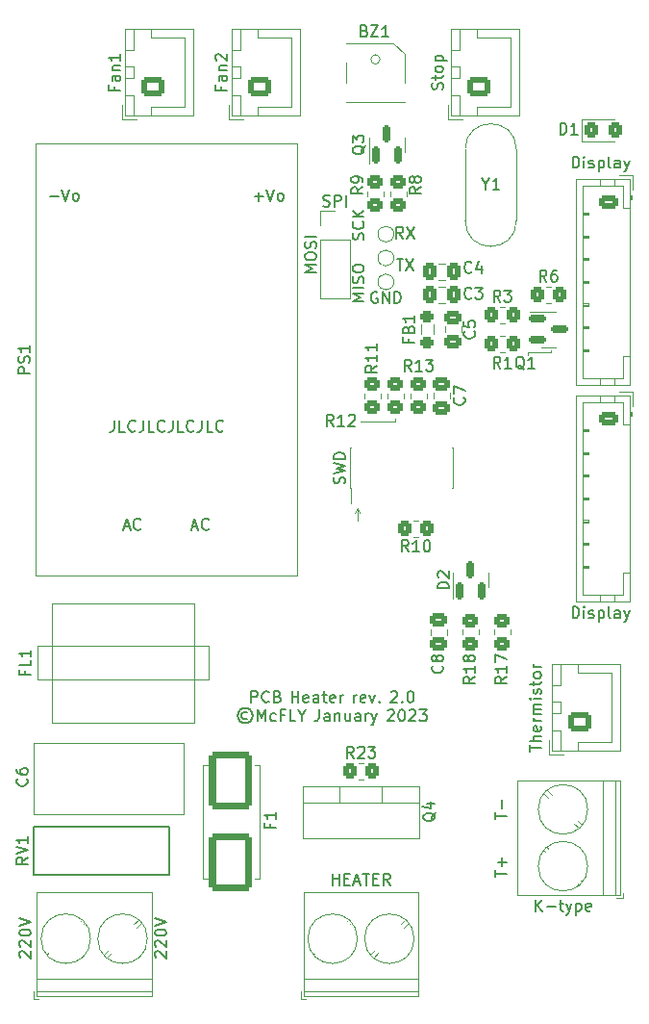
<source format=gto>
G04 #@! TF.GenerationSoftware,KiCad,Pcbnew,(7.0.0)*
G04 #@! TF.CreationDate,2023-02-19T07:45:38+03:00*
G04 #@! TF.ProjectId,pcb-heater,7063622d-6865-4617-9465-722e6b696361,rev?*
G04 #@! TF.SameCoordinates,Original*
G04 #@! TF.FileFunction,Legend,Top*
G04 #@! TF.FilePolarity,Positive*
%FSLAX46Y46*%
G04 Gerber Fmt 4.6, Leading zero omitted, Abs format (unit mm)*
G04 Created by KiCad (PCBNEW (7.0.0)) date 2023-02-19 07:45:38*
%MOMM*%
%LPD*%
G01*
G04 APERTURE LIST*
G04 Aperture macros list*
%AMRoundRect*
0 Rectangle with rounded corners*
0 $1 Rounding radius*
0 $2 $3 $4 $5 $6 $7 $8 $9 X,Y pos of 4 corners*
0 Add a 4 corners polygon primitive as box body*
4,1,4,$2,$3,$4,$5,$6,$7,$8,$9,$2,$3,0*
0 Add four circle primitives for the rounded corners*
1,1,$1+$1,$2,$3*
1,1,$1+$1,$4,$5*
1,1,$1+$1,$6,$7*
1,1,$1+$1,$8,$9*
0 Add four rect primitives between the rounded corners*
20,1,$1+$1,$2,$3,$4,$5,0*
20,1,$1+$1,$4,$5,$6,$7,0*
20,1,$1+$1,$6,$7,$8,$9,0*
20,1,$1+$1,$8,$9,$2,$3,0*%
G04 Aperture macros list end*
%ADD10C,0.120000*%
%ADD11C,0.150000*%
%ADD12R,2.600000X2.600000*%
%ADD13C,2.600000*%
%ADD14RoundRect,0.250000X-0.450000X0.350000X-0.450000X-0.350000X0.450000X-0.350000X0.450000X0.350000X0*%
%ADD15RoundRect,0.250000X0.450000X-0.350000X0.450000X0.350000X-0.450000X0.350000X-0.450000X-0.350000X0*%
%ADD16RoundRect,0.250000X0.475000X-0.337500X0.475000X0.337500X-0.475000X0.337500X-0.475000X-0.337500X0*%
%ADD17RoundRect,0.250000X-0.475000X0.337500X-0.475000X-0.337500X0.475000X-0.337500X0.475000X0.337500X0*%
%ADD18RoundRect,0.250000X0.350000X0.450000X-0.350000X0.450000X-0.350000X-0.450000X0.350000X-0.450000X0*%
%ADD19RoundRect,0.250000X0.750000X-0.600000X0.750000X0.600000X-0.750000X0.600000X-0.750000X-0.600000X0*%
%ADD20O,2.000000X1.700000*%
%ADD21C,1.600000*%
%ADD22RoundRect,0.250000X-0.350000X-0.450000X0.350000X-0.450000X0.350000X0.450000X-0.350000X0.450000X0*%
%ADD23RoundRect,0.150000X0.150000X-0.587500X0.150000X0.587500X-0.150000X0.587500X-0.150000X-0.587500X0*%
%ADD24C,0.800000*%
%ADD25C,6.400000*%
%ADD26RoundRect,0.250000X-0.337500X-0.475000X0.337500X-0.475000X0.337500X0.475000X-0.337500X0.475000X0*%
%ADD27R,0.740000X2.400000*%
%ADD28C,2.300000*%
%ADD29R,1.700000X1.700000*%
%ADD30O,1.700000X1.700000*%
%ADD31C,2.200000*%
%ADD32RoundRect,0.150000X-0.587500X-0.150000X0.587500X-0.150000X0.587500X0.150000X-0.587500X0.150000X0*%
%ADD33C,1.000000*%
%ADD34RoundRect,0.250000X-0.625000X0.350000X-0.625000X-0.350000X0.625000X-0.350000X0.625000X0.350000X0*%
%ADD35O,1.750000X1.200000*%
%ADD36RoundRect,0.250000X-0.350000X0.275000X-0.350000X-0.275000X0.350000X-0.275000X0.350000X0.275000X0*%
%ADD37RoundRect,0.250000X-0.325000X-0.450000X0.325000X-0.450000X0.325000X0.450000X-0.325000X0.450000X0*%
%ADD38RoundRect,0.304800X1.600200X-2.235200X1.600200X2.235200X-1.600200X2.235200X-1.600200X-2.235200X0*%
%ADD39R,2.500000X1.200000*%
%ADD40R,1.905000X2.000000*%
%ADD41O,1.905000X2.000000*%
%ADD42C,1.800000*%
%ADD43C,2.000000*%
G04 APERTURE END LIST*
D10*
X130500000Y-93700000D02*
X130300000Y-94100000D01*
X145542000Y-80264000D02*
X145542000Y-80010000D01*
X130500000Y-94800000D02*
X130500000Y-93700000D01*
X130500000Y-93700000D02*
X130700000Y-94100000D01*
X145542000Y-80010000D02*
X147574000Y-80010000D01*
X130810000Y-86106000D02*
X133858000Y-86106000D01*
X133858000Y-86106000D02*
X133858000Y-85852000D01*
X147574000Y-80010000D02*
X147574000Y-79800000D01*
D11*
X149447619Y-103367380D02*
X149447619Y-102367380D01*
X149447619Y-102367380D02*
X149685714Y-102367380D01*
X149685714Y-102367380D02*
X149828571Y-102415000D01*
X149828571Y-102415000D02*
X149923809Y-102510238D01*
X149923809Y-102510238D02*
X149971428Y-102605476D01*
X149971428Y-102605476D02*
X150019047Y-102795952D01*
X150019047Y-102795952D02*
X150019047Y-102938809D01*
X150019047Y-102938809D02*
X149971428Y-103129285D01*
X149971428Y-103129285D02*
X149923809Y-103224523D01*
X149923809Y-103224523D02*
X149828571Y-103319761D01*
X149828571Y-103319761D02*
X149685714Y-103367380D01*
X149685714Y-103367380D02*
X149447619Y-103367380D01*
X150447619Y-103367380D02*
X150447619Y-102700714D01*
X150447619Y-102367380D02*
X150400000Y-102415000D01*
X150400000Y-102415000D02*
X150447619Y-102462619D01*
X150447619Y-102462619D02*
X150495238Y-102415000D01*
X150495238Y-102415000D02*
X150447619Y-102367380D01*
X150447619Y-102367380D02*
X150447619Y-102462619D01*
X150876190Y-103319761D02*
X150971428Y-103367380D01*
X150971428Y-103367380D02*
X151161904Y-103367380D01*
X151161904Y-103367380D02*
X151257142Y-103319761D01*
X151257142Y-103319761D02*
X151304761Y-103224523D01*
X151304761Y-103224523D02*
X151304761Y-103176904D01*
X151304761Y-103176904D02*
X151257142Y-103081666D01*
X151257142Y-103081666D02*
X151161904Y-103034047D01*
X151161904Y-103034047D02*
X151019047Y-103034047D01*
X151019047Y-103034047D02*
X150923809Y-102986428D01*
X150923809Y-102986428D02*
X150876190Y-102891190D01*
X150876190Y-102891190D02*
X150876190Y-102843571D01*
X150876190Y-102843571D02*
X150923809Y-102748333D01*
X150923809Y-102748333D02*
X151019047Y-102700714D01*
X151019047Y-102700714D02*
X151161904Y-102700714D01*
X151161904Y-102700714D02*
X151257142Y-102748333D01*
X151733333Y-102700714D02*
X151733333Y-103700714D01*
X151733333Y-102748333D02*
X151828571Y-102700714D01*
X151828571Y-102700714D02*
X152019047Y-102700714D01*
X152019047Y-102700714D02*
X152114285Y-102748333D01*
X152114285Y-102748333D02*
X152161904Y-102795952D01*
X152161904Y-102795952D02*
X152209523Y-102891190D01*
X152209523Y-102891190D02*
X152209523Y-103176904D01*
X152209523Y-103176904D02*
X152161904Y-103272142D01*
X152161904Y-103272142D02*
X152114285Y-103319761D01*
X152114285Y-103319761D02*
X152019047Y-103367380D01*
X152019047Y-103367380D02*
X151828571Y-103367380D01*
X151828571Y-103367380D02*
X151733333Y-103319761D01*
X152780952Y-103367380D02*
X152685714Y-103319761D01*
X152685714Y-103319761D02*
X152638095Y-103224523D01*
X152638095Y-103224523D02*
X152638095Y-102367380D01*
X153590476Y-103367380D02*
X153590476Y-102843571D01*
X153590476Y-102843571D02*
X153542857Y-102748333D01*
X153542857Y-102748333D02*
X153447619Y-102700714D01*
X153447619Y-102700714D02*
X153257143Y-102700714D01*
X153257143Y-102700714D02*
X153161905Y-102748333D01*
X153590476Y-103319761D02*
X153495238Y-103367380D01*
X153495238Y-103367380D02*
X153257143Y-103367380D01*
X153257143Y-103367380D02*
X153161905Y-103319761D01*
X153161905Y-103319761D02*
X153114286Y-103224523D01*
X153114286Y-103224523D02*
X153114286Y-103129285D01*
X153114286Y-103129285D02*
X153161905Y-103034047D01*
X153161905Y-103034047D02*
X153257143Y-102986428D01*
X153257143Y-102986428D02*
X153495238Y-102986428D01*
X153495238Y-102986428D02*
X153590476Y-102938809D01*
X153971429Y-102700714D02*
X154209524Y-103367380D01*
X154447619Y-102700714D02*
X154209524Y-103367380D01*
X154209524Y-103367380D02*
X154114286Y-103605476D01*
X154114286Y-103605476D02*
X154066667Y-103653095D01*
X154066667Y-103653095D02*
X153971429Y-103700714D01*
X145671380Y-115085333D02*
X145671380Y-114513905D01*
X146671380Y-114799619D02*
X145671380Y-114799619D01*
X146671380Y-114180571D02*
X145671380Y-114180571D01*
X146671380Y-113752000D02*
X146147571Y-113752000D01*
X146147571Y-113752000D02*
X146052333Y-113799619D01*
X146052333Y-113799619D02*
X146004714Y-113894857D01*
X146004714Y-113894857D02*
X146004714Y-114037714D01*
X146004714Y-114037714D02*
X146052333Y-114132952D01*
X146052333Y-114132952D02*
X146099952Y-114180571D01*
X146623761Y-112894857D02*
X146671380Y-112990095D01*
X146671380Y-112990095D02*
X146671380Y-113180571D01*
X146671380Y-113180571D02*
X146623761Y-113275809D01*
X146623761Y-113275809D02*
X146528523Y-113323428D01*
X146528523Y-113323428D02*
X146147571Y-113323428D01*
X146147571Y-113323428D02*
X146052333Y-113275809D01*
X146052333Y-113275809D02*
X146004714Y-113180571D01*
X146004714Y-113180571D02*
X146004714Y-112990095D01*
X146004714Y-112990095D02*
X146052333Y-112894857D01*
X146052333Y-112894857D02*
X146147571Y-112847238D01*
X146147571Y-112847238D02*
X146242809Y-112847238D01*
X146242809Y-112847238D02*
X146338047Y-113323428D01*
X146671380Y-112418666D02*
X146004714Y-112418666D01*
X146195190Y-112418666D02*
X146099952Y-112371047D01*
X146099952Y-112371047D02*
X146052333Y-112323428D01*
X146052333Y-112323428D02*
X146004714Y-112228190D01*
X146004714Y-112228190D02*
X146004714Y-112132952D01*
X146671380Y-111799618D02*
X146004714Y-111799618D01*
X146099952Y-111799618D02*
X146052333Y-111751999D01*
X146052333Y-111751999D02*
X146004714Y-111656761D01*
X146004714Y-111656761D02*
X146004714Y-111513904D01*
X146004714Y-111513904D02*
X146052333Y-111418666D01*
X146052333Y-111418666D02*
X146147571Y-111371047D01*
X146147571Y-111371047D02*
X146671380Y-111371047D01*
X146147571Y-111371047D02*
X146052333Y-111323428D01*
X146052333Y-111323428D02*
X146004714Y-111228190D01*
X146004714Y-111228190D02*
X146004714Y-111085333D01*
X146004714Y-111085333D02*
X146052333Y-110990094D01*
X146052333Y-110990094D02*
X146147571Y-110942475D01*
X146147571Y-110942475D02*
X146671380Y-110942475D01*
X146671380Y-110466285D02*
X146004714Y-110466285D01*
X145671380Y-110466285D02*
X145719000Y-110513904D01*
X145719000Y-110513904D02*
X145766619Y-110466285D01*
X145766619Y-110466285D02*
X145719000Y-110418666D01*
X145719000Y-110418666D02*
X145671380Y-110466285D01*
X145671380Y-110466285D02*
X145766619Y-110466285D01*
X146623761Y-110037714D02*
X146671380Y-109942476D01*
X146671380Y-109942476D02*
X146671380Y-109752000D01*
X146671380Y-109752000D02*
X146623761Y-109656762D01*
X146623761Y-109656762D02*
X146528523Y-109609143D01*
X146528523Y-109609143D02*
X146480904Y-109609143D01*
X146480904Y-109609143D02*
X146385666Y-109656762D01*
X146385666Y-109656762D02*
X146338047Y-109752000D01*
X146338047Y-109752000D02*
X146338047Y-109894857D01*
X146338047Y-109894857D02*
X146290428Y-109990095D01*
X146290428Y-109990095D02*
X146195190Y-110037714D01*
X146195190Y-110037714D02*
X146147571Y-110037714D01*
X146147571Y-110037714D02*
X146052333Y-109990095D01*
X146052333Y-109990095D02*
X146004714Y-109894857D01*
X146004714Y-109894857D02*
X146004714Y-109752000D01*
X146004714Y-109752000D02*
X146052333Y-109656762D01*
X146004714Y-109323428D02*
X146004714Y-108942476D01*
X145671380Y-109180571D02*
X146528523Y-109180571D01*
X146528523Y-109180571D02*
X146623761Y-109132952D01*
X146623761Y-109132952D02*
X146671380Y-109037714D01*
X146671380Y-109037714D02*
X146671380Y-108942476D01*
X146671380Y-108466285D02*
X146623761Y-108561523D01*
X146623761Y-108561523D02*
X146576142Y-108609142D01*
X146576142Y-108609142D02*
X146480904Y-108656761D01*
X146480904Y-108656761D02*
X146195190Y-108656761D01*
X146195190Y-108656761D02*
X146099952Y-108609142D01*
X146099952Y-108609142D02*
X146052333Y-108561523D01*
X146052333Y-108561523D02*
X146004714Y-108466285D01*
X146004714Y-108466285D02*
X146004714Y-108323428D01*
X146004714Y-108323428D02*
X146052333Y-108228190D01*
X146052333Y-108228190D02*
X146099952Y-108180571D01*
X146099952Y-108180571D02*
X146195190Y-108132952D01*
X146195190Y-108132952D02*
X146480904Y-108132952D01*
X146480904Y-108132952D02*
X146576142Y-108180571D01*
X146576142Y-108180571D02*
X146623761Y-108228190D01*
X146623761Y-108228190D02*
X146671380Y-108323428D01*
X146671380Y-108323428D02*
X146671380Y-108466285D01*
X146671380Y-107704380D02*
X146004714Y-107704380D01*
X146195190Y-107704380D02*
X146099952Y-107656761D01*
X146099952Y-107656761D02*
X146052333Y-107609142D01*
X146052333Y-107609142D02*
X146004714Y-107513904D01*
X146004714Y-107513904D02*
X146004714Y-107418666D01*
X132238095Y-74715000D02*
X132142857Y-74667380D01*
X132142857Y-74667380D02*
X132000000Y-74667380D01*
X132000000Y-74667380D02*
X131857143Y-74715000D01*
X131857143Y-74715000D02*
X131761905Y-74810238D01*
X131761905Y-74810238D02*
X131714286Y-74905476D01*
X131714286Y-74905476D02*
X131666667Y-75095952D01*
X131666667Y-75095952D02*
X131666667Y-75238809D01*
X131666667Y-75238809D02*
X131714286Y-75429285D01*
X131714286Y-75429285D02*
X131761905Y-75524523D01*
X131761905Y-75524523D02*
X131857143Y-75619761D01*
X131857143Y-75619761D02*
X132000000Y-75667380D01*
X132000000Y-75667380D02*
X132095238Y-75667380D01*
X132095238Y-75667380D02*
X132238095Y-75619761D01*
X132238095Y-75619761D02*
X132285714Y-75572142D01*
X132285714Y-75572142D02*
X132285714Y-75238809D01*
X132285714Y-75238809D02*
X132095238Y-75238809D01*
X132714286Y-75667380D02*
X132714286Y-74667380D01*
X132714286Y-74667380D02*
X133285714Y-75667380D01*
X133285714Y-75667380D02*
X133285714Y-74667380D01*
X133761905Y-75667380D02*
X133761905Y-74667380D01*
X133761905Y-74667380D02*
X134000000Y-74667380D01*
X134000000Y-74667380D02*
X134142857Y-74715000D01*
X134142857Y-74715000D02*
X134238095Y-74810238D01*
X134238095Y-74810238D02*
X134285714Y-74905476D01*
X134285714Y-74905476D02*
X134333333Y-75095952D01*
X134333333Y-75095952D02*
X134333333Y-75238809D01*
X134333333Y-75238809D02*
X134285714Y-75429285D01*
X134285714Y-75429285D02*
X134238095Y-75524523D01*
X134238095Y-75524523D02*
X134142857Y-75619761D01*
X134142857Y-75619761D02*
X134000000Y-75667380D01*
X134000000Y-75667380D02*
X133761905Y-75667380D01*
X131019761Y-70085713D02*
X131067380Y-69942856D01*
X131067380Y-69942856D02*
X131067380Y-69704761D01*
X131067380Y-69704761D02*
X131019761Y-69609523D01*
X131019761Y-69609523D02*
X130972142Y-69561904D01*
X130972142Y-69561904D02*
X130876904Y-69514285D01*
X130876904Y-69514285D02*
X130781666Y-69514285D01*
X130781666Y-69514285D02*
X130686428Y-69561904D01*
X130686428Y-69561904D02*
X130638809Y-69609523D01*
X130638809Y-69609523D02*
X130591190Y-69704761D01*
X130591190Y-69704761D02*
X130543571Y-69895237D01*
X130543571Y-69895237D02*
X130495952Y-69990475D01*
X130495952Y-69990475D02*
X130448333Y-70038094D01*
X130448333Y-70038094D02*
X130353095Y-70085713D01*
X130353095Y-70085713D02*
X130257857Y-70085713D01*
X130257857Y-70085713D02*
X130162619Y-70038094D01*
X130162619Y-70038094D02*
X130115000Y-69990475D01*
X130115000Y-69990475D02*
X130067380Y-69895237D01*
X130067380Y-69895237D02*
X130067380Y-69657142D01*
X130067380Y-69657142D02*
X130115000Y-69514285D01*
X130972142Y-68514285D02*
X131019761Y-68561904D01*
X131019761Y-68561904D02*
X131067380Y-68704761D01*
X131067380Y-68704761D02*
X131067380Y-68799999D01*
X131067380Y-68799999D02*
X131019761Y-68942856D01*
X131019761Y-68942856D02*
X130924523Y-69038094D01*
X130924523Y-69038094D02*
X130829285Y-69085713D01*
X130829285Y-69085713D02*
X130638809Y-69133332D01*
X130638809Y-69133332D02*
X130495952Y-69133332D01*
X130495952Y-69133332D02*
X130305476Y-69085713D01*
X130305476Y-69085713D02*
X130210238Y-69038094D01*
X130210238Y-69038094D02*
X130115000Y-68942856D01*
X130115000Y-68942856D02*
X130067380Y-68799999D01*
X130067380Y-68799999D02*
X130067380Y-68704761D01*
X130067380Y-68704761D02*
X130115000Y-68561904D01*
X130115000Y-68561904D02*
X130162619Y-68514285D01*
X131067380Y-68085713D02*
X130067380Y-68085713D01*
X131067380Y-67514285D02*
X130495952Y-67942856D01*
X130067380Y-67514285D02*
X130638809Y-68085713D01*
X118461571Y-56610095D02*
X118461571Y-56943428D01*
X118985380Y-56943428D02*
X117985380Y-56943428D01*
X117985380Y-56943428D02*
X117985380Y-56467238D01*
X118985380Y-55657714D02*
X118461571Y-55657714D01*
X118461571Y-55657714D02*
X118366333Y-55705333D01*
X118366333Y-55705333D02*
X118318714Y-55800571D01*
X118318714Y-55800571D02*
X118318714Y-55991047D01*
X118318714Y-55991047D02*
X118366333Y-56086285D01*
X118937761Y-55657714D02*
X118985380Y-55752952D01*
X118985380Y-55752952D02*
X118985380Y-55991047D01*
X118985380Y-55991047D02*
X118937761Y-56086285D01*
X118937761Y-56086285D02*
X118842523Y-56133904D01*
X118842523Y-56133904D02*
X118747285Y-56133904D01*
X118747285Y-56133904D02*
X118652047Y-56086285D01*
X118652047Y-56086285D02*
X118604428Y-55991047D01*
X118604428Y-55991047D02*
X118604428Y-55752952D01*
X118604428Y-55752952D02*
X118556809Y-55657714D01*
X118318714Y-55181523D02*
X118985380Y-55181523D01*
X118413952Y-55181523D02*
X118366333Y-55133904D01*
X118366333Y-55133904D02*
X118318714Y-55038666D01*
X118318714Y-55038666D02*
X118318714Y-54895809D01*
X118318714Y-54895809D02*
X118366333Y-54800571D01*
X118366333Y-54800571D02*
X118461571Y-54752952D01*
X118461571Y-54752952D02*
X118985380Y-54752952D01*
X118080619Y-54324380D02*
X118033000Y-54276761D01*
X118033000Y-54276761D02*
X117985380Y-54181523D01*
X117985380Y-54181523D02*
X117985380Y-53943428D01*
X117985380Y-53943428D02*
X118033000Y-53848190D01*
X118033000Y-53848190D02*
X118080619Y-53800571D01*
X118080619Y-53800571D02*
X118175857Y-53752952D01*
X118175857Y-53752952D02*
X118271095Y-53752952D01*
X118271095Y-53752952D02*
X118413952Y-53800571D01*
X118413952Y-53800571D02*
X118985380Y-54371999D01*
X118985380Y-54371999D02*
X118985380Y-53752952D01*
X112746619Y-133238666D02*
X112699000Y-133191047D01*
X112699000Y-133191047D02*
X112651380Y-133095809D01*
X112651380Y-133095809D02*
X112651380Y-132857714D01*
X112651380Y-132857714D02*
X112699000Y-132762476D01*
X112699000Y-132762476D02*
X112746619Y-132714857D01*
X112746619Y-132714857D02*
X112841857Y-132667238D01*
X112841857Y-132667238D02*
X112937095Y-132667238D01*
X112937095Y-132667238D02*
X113079952Y-132714857D01*
X113079952Y-132714857D02*
X113651380Y-133286285D01*
X113651380Y-133286285D02*
X113651380Y-132667238D01*
X112746619Y-132286285D02*
X112699000Y-132238666D01*
X112699000Y-132238666D02*
X112651380Y-132143428D01*
X112651380Y-132143428D02*
X112651380Y-131905333D01*
X112651380Y-131905333D02*
X112699000Y-131810095D01*
X112699000Y-131810095D02*
X112746619Y-131762476D01*
X112746619Y-131762476D02*
X112841857Y-131714857D01*
X112841857Y-131714857D02*
X112937095Y-131714857D01*
X112937095Y-131714857D02*
X113079952Y-131762476D01*
X113079952Y-131762476D02*
X113651380Y-132333904D01*
X113651380Y-132333904D02*
X113651380Y-131714857D01*
X112651380Y-131095809D02*
X112651380Y-131000571D01*
X112651380Y-131000571D02*
X112699000Y-130905333D01*
X112699000Y-130905333D02*
X112746619Y-130857714D01*
X112746619Y-130857714D02*
X112841857Y-130810095D01*
X112841857Y-130810095D02*
X113032333Y-130762476D01*
X113032333Y-130762476D02*
X113270428Y-130762476D01*
X113270428Y-130762476D02*
X113460904Y-130810095D01*
X113460904Y-130810095D02*
X113556142Y-130857714D01*
X113556142Y-130857714D02*
X113603761Y-130905333D01*
X113603761Y-130905333D02*
X113651380Y-131000571D01*
X113651380Y-131000571D02*
X113651380Y-131095809D01*
X113651380Y-131095809D02*
X113603761Y-131191047D01*
X113603761Y-131191047D02*
X113556142Y-131238666D01*
X113556142Y-131238666D02*
X113460904Y-131286285D01*
X113460904Y-131286285D02*
X113270428Y-131333904D01*
X113270428Y-131333904D02*
X113032333Y-131333904D01*
X113032333Y-131333904D02*
X112841857Y-131286285D01*
X112841857Y-131286285D02*
X112746619Y-131238666D01*
X112746619Y-131238666D02*
X112699000Y-131191047D01*
X112699000Y-131191047D02*
X112651380Y-131095809D01*
X112651380Y-130476761D02*
X113651380Y-130143428D01*
X113651380Y-130143428D02*
X112651380Y-129810095D01*
X131067380Y-75471427D02*
X130067380Y-75471427D01*
X130067380Y-75471427D02*
X130781666Y-75138094D01*
X130781666Y-75138094D02*
X130067380Y-74804761D01*
X130067380Y-74804761D02*
X131067380Y-74804761D01*
X131067380Y-74328570D02*
X130067380Y-74328570D01*
X131019761Y-73899999D02*
X131067380Y-73757142D01*
X131067380Y-73757142D02*
X131067380Y-73519047D01*
X131067380Y-73519047D02*
X131019761Y-73423809D01*
X131019761Y-73423809D02*
X130972142Y-73376190D01*
X130972142Y-73376190D02*
X130876904Y-73328571D01*
X130876904Y-73328571D02*
X130781666Y-73328571D01*
X130781666Y-73328571D02*
X130686428Y-73376190D01*
X130686428Y-73376190D02*
X130638809Y-73423809D01*
X130638809Y-73423809D02*
X130591190Y-73519047D01*
X130591190Y-73519047D02*
X130543571Y-73709523D01*
X130543571Y-73709523D02*
X130495952Y-73804761D01*
X130495952Y-73804761D02*
X130448333Y-73852380D01*
X130448333Y-73852380D02*
X130353095Y-73899999D01*
X130353095Y-73899999D02*
X130257857Y-73899999D01*
X130257857Y-73899999D02*
X130162619Y-73852380D01*
X130162619Y-73852380D02*
X130115000Y-73804761D01*
X130115000Y-73804761D02*
X130067380Y-73709523D01*
X130067380Y-73709523D02*
X130067380Y-73471428D01*
X130067380Y-73471428D02*
X130115000Y-73328571D01*
X130067380Y-72709523D02*
X130067380Y-72519047D01*
X130067380Y-72519047D02*
X130115000Y-72423809D01*
X130115000Y-72423809D02*
X130210238Y-72328571D01*
X130210238Y-72328571D02*
X130400714Y-72280952D01*
X130400714Y-72280952D02*
X130734047Y-72280952D01*
X130734047Y-72280952D02*
X130924523Y-72328571D01*
X130924523Y-72328571D02*
X131019761Y-72423809D01*
X131019761Y-72423809D02*
X131067380Y-72519047D01*
X131067380Y-72519047D02*
X131067380Y-72709523D01*
X131067380Y-72709523D02*
X131019761Y-72804761D01*
X131019761Y-72804761D02*
X130924523Y-72899999D01*
X130924523Y-72899999D02*
X130734047Y-72947618D01*
X130734047Y-72947618D02*
X130400714Y-72947618D01*
X130400714Y-72947618D02*
X130210238Y-72899999D01*
X130210238Y-72899999D02*
X130115000Y-72804761D01*
X130115000Y-72804761D02*
X130067380Y-72709523D01*
X142623380Y-126126761D02*
X142623380Y-125555333D01*
X143623380Y-125841047D02*
X142623380Y-125841047D01*
X143242428Y-125221999D02*
X143242428Y-124460095D01*
X143623380Y-124841047D02*
X142861476Y-124841047D01*
X109080951Y-85981380D02*
X109080951Y-86695666D01*
X109080951Y-86695666D02*
X109033332Y-86838523D01*
X109033332Y-86838523D02*
X108938094Y-86933761D01*
X108938094Y-86933761D02*
X108795237Y-86981380D01*
X108795237Y-86981380D02*
X108699999Y-86981380D01*
X110033332Y-86981380D02*
X109557142Y-86981380D01*
X109557142Y-86981380D02*
X109557142Y-85981380D01*
X110938094Y-86886142D02*
X110890475Y-86933761D01*
X110890475Y-86933761D02*
X110747618Y-86981380D01*
X110747618Y-86981380D02*
X110652380Y-86981380D01*
X110652380Y-86981380D02*
X110509523Y-86933761D01*
X110509523Y-86933761D02*
X110414285Y-86838523D01*
X110414285Y-86838523D02*
X110366666Y-86743285D01*
X110366666Y-86743285D02*
X110319047Y-86552809D01*
X110319047Y-86552809D02*
X110319047Y-86409952D01*
X110319047Y-86409952D02*
X110366666Y-86219476D01*
X110366666Y-86219476D02*
X110414285Y-86124238D01*
X110414285Y-86124238D02*
X110509523Y-86029000D01*
X110509523Y-86029000D02*
X110652380Y-85981380D01*
X110652380Y-85981380D02*
X110747618Y-85981380D01*
X110747618Y-85981380D02*
X110890475Y-86029000D01*
X110890475Y-86029000D02*
X110938094Y-86076619D01*
X111652380Y-85981380D02*
X111652380Y-86695666D01*
X111652380Y-86695666D02*
X111604761Y-86838523D01*
X111604761Y-86838523D02*
X111509523Y-86933761D01*
X111509523Y-86933761D02*
X111366666Y-86981380D01*
X111366666Y-86981380D02*
X111271428Y-86981380D01*
X112604761Y-86981380D02*
X112128571Y-86981380D01*
X112128571Y-86981380D02*
X112128571Y-85981380D01*
X113509523Y-86886142D02*
X113461904Y-86933761D01*
X113461904Y-86933761D02*
X113319047Y-86981380D01*
X113319047Y-86981380D02*
X113223809Y-86981380D01*
X113223809Y-86981380D02*
X113080952Y-86933761D01*
X113080952Y-86933761D02*
X112985714Y-86838523D01*
X112985714Y-86838523D02*
X112938095Y-86743285D01*
X112938095Y-86743285D02*
X112890476Y-86552809D01*
X112890476Y-86552809D02*
X112890476Y-86409952D01*
X112890476Y-86409952D02*
X112938095Y-86219476D01*
X112938095Y-86219476D02*
X112985714Y-86124238D01*
X112985714Y-86124238D02*
X113080952Y-86029000D01*
X113080952Y-86029000D02*
X113223809Y-85981380D01*
X113223809Y-85981380D02*
X113319047Y-85981380D01*
X113319047Y-85981380D02*
X113461904Y-86029000D01*
X113461904Y-86029000D02*
X113509523Y-86076619D01*
X114223809Y-85981380D02*
X114223809Y-86695666D01*
X114223809Y-86695666D02*
X114176190Y-86838523D01*
X114176190Y-86838523D02*
X114080952Y-86933761D01*
X114080952Y-86933761D02*
X113938095Y-86981380D01*
X113938095Y-86981380D02*
X113842857Y-86981380D01*
X115176190Y-86981380D02*
X114700000Y-86981380D01*
X114700000Y-86981380D02*
X114700000Y-85981380D01*
X116080952Y-86886142D02*
X116033333Y-86933761D01*
X116033333Y-86933761D02*
X115890476Y-86981380D01*
X115890476Y-86981380D02*
X115795238Y-86981380D01*
X115795238Y-86981380D02*
X115652381Y-86933761D01*
X115652381Y-86933761D02*
X115557143Y-86838523D01*
X115557143Y-86838523D02*
X115509524Y-86743285D01*
X115509524Y-86743285D02*
X115461905Y-86552809D01*
X115461905Y-86552809D02*
X115461905Y-86409952D01*
X115461905Y-86409952D02*
X115509524Y-86219476D01*
X115509524Y-86219476D02*
X115557143Y-86124238D01*
X115557143Y-86124238D02*
X115652381Y-86029000D01*
X115652381Y-86029000D02*
X115795238Y-85981380D01*
X115795238Y-85981380D02*
X115890476Y-85981380D01*
X115890476Y-85981380D02*
X116033333Y-86029000D01*
X116033333Y-86029000D02*
X116080952Y-86076619D01*
X116795238Y-85981380D02*
X116795238Y-86695666D01*
X116795238Y-86695666D02*
X116747619Y-86838523D01*
X116747619Y-86838523D02*
X116652381Y-86933761D01*
X116652381Y-86933761D02*
X116509524Y-86981380D01*
X116509524Y-86981380D02*
X116414286Y-86981380D01*
X117747619Y-86981380D02*
X117271429Y-86981380D01*
X117271429Y-86981380D02*
X117271429Y-85981380D01*
X118652381Y-86886142D02*
X118604762Y-86933761D01*
X118604762Y-86933761D02*
X118461905Y-86981380D01*
X118461905Y-86981380D02*
X118366667Y-86981380D01*
X118366667Y-86981380D02*
X118223810Y-86933761D01*
X118223810Y-86933761D02*
X118128572Y-86838523D01*
X118128572Y-86838523D02*
X118080953Y-86743285D01*
X118080953Y-86743285D02*
X118033334Y-86552809D01*
X118033334Y-86552809D02*
X118033334Y-86409952D01*
X118033334Y-86409952D02*
X118080953Y-86219476D01*
X118080953Y-86219476D02*
X118128572Y-86124238D01*
X118128572Y-86124238D02*
X118223810Y-86029000D01*
X118223810Y-86029000D02*
X118366667Y-85981380D01*
X118366667Y-85981380D02*
X118461905Y-85981380D01*
X118461905Y-85981380D02*
X118604762Y-86029000D01*
X118604762Y-86029000D02*
X118652381Y-86076619D01*
X109063571Y-56610095D02*
X109063571Y-56943428D01*
X109587380Y-56943428D02*
X108587380Y-56943428D01*
X108587380Y-56943428D02*
X108587380Y-56467238D01*
X109587380Y-55657714D02*
X109063571Y-55657714D01*
X109063571Y-55657714D02*
X108968333Y-55705333D01*
X108968333Y-55705333D02*
X108920714Y-55800571D01*
X108920714Y-55800571D02*
X108920714Y-55991047D01*
X108920714Y-55991047D02*
X108968333Y-56086285D01*
X109539761Y-55657714D02*
X109587380Y-55752952D01*
X109587380Y-55752952D02*
X109587380Y-55991047D01*
X109587380Y-55991047D02*
X109539761Y-56086285D01*
X109539761Y-56086285D02*
X109444523Y-56133904D01*
X109444523Y-56133904D02*
X109349285Y-56133904D01*
X109349285Y-56133904D02*
X109254047Y-56086285D01*
X109254047Y-56086285D02*
X109206428Y-55991047D01*
X109206428Y-55991047D02*
X109206428Y-55752952D01*
X109206428Y-55752952D02*
X109158809Y-55657714D01*
X108920714Y-55181523D02*
X109587380Y-55181523D01*
X109015952Y-55181523D02*
X108968333Y-55133904D01*
X108968333Y-55133904D02*
X108920714Y-55038666D01*
X108920714Y-55038666D02*
X108920714Y-54895809D01*
X108920714Y-54895809D02*
X108968333Y-54800571D01*
X108968333Y-54800571D02*
X109063571Y-54752952D01*
X109063571Y-54752952D02*
X109587380Y-54752952D01*
X109587380Y-53752952D02*
X109587380Y-54324380D01*
X109587380Y-54038666D02*
X108587380Y-54038666D01*
X108587380Y-54038666D02*
X108730238Y-54133904D01*
X108730238Y-54133904D02*
X108825476Y-54229142D01*
X108825476Y-54229142D02*
X108873095Y-54324380D01*
X146161428Y-129145380D02*
X146161428Y-128145380D01*
X146732856Y-129145380D02*
X146304285Y-128573952D01*
X146732856Y-128145380D02*
X146161428Y-128716809D01*
X147161428Y-128764428D02*
X147923333Y-128764428D01*
X148256666Y-128478714D02*
X148637618Y-128478714D01*
X148399523Y-128145380D02*
X148399523Y-129002523D01*
X148399523Y-129002523D02*
X148447142Y-129097761D01*
X148447142Y-129097761D02*
X148542380Y-129145380D01*
X148542380Y-129145380D02*
X148637618Y-129145380D01*
X148875714Y-128478714D02*
X149113809Y-129145380D01*
X149351904Y-128478714D02*
X149113809Y-129145380D01*
X149113809Y-129145380D02*
X149018571Y-129383476D01*
X149018571Y-129383476D02*
X148970952Y-129431095D01*
X148970952Y-129431095D02*
X148875714Y-129478714D01*
X149732857Y-128478714D02*
X149732857Y-129478714D01*
X149732857Y-128526333D02*
X149828095Y-128478714D01*
X149828095Y-128478714D02*
X150018571Y-128478714D01*
X150018571Y-128478714D02*
X150113809Y-128526333D01*
X150113809Y-128526333D02*
X150161428Y-128573952D01*
X150161428Y-128573952D02*
X150209047Y-128669190D01*
X150209047Y-128669190D02*
X150209047Y-128954904D01*
X150209047Y-128954904D02*
X150161428Y-129050142D01*
X150161428Y-129050142D02*
X150113809Y-129097761D01*
X150113809Y-129097761D02*
X150018571Y-129145380D01*
X150018571Y-129145380D02*
X149828095Y-129145380D01*
X149828095Y-129145380D02*
X149732857Y-129097761D01*
X151018571Y-129097761D02*
X150923333Y-129145380D01*
X150923333Y-129145380D02*
X150732857Y-129145380D01*
X150732857Y-129145380D02*
X150637619Y-129097761D01*
X150637619Y-129097761D02*
X150590000Y-129002523D01*
X150590000Y-129002523D02*
X150590000Y-128621571D01*
X150590000Y-128621571D02*
X150637619Y-128526333D01*
X150637619Y-128526333D02*
X150732857Y-128478714D01*
X150732857Y-128478714D02*
X150923333Y-128478714D01*
X150923333Y-128478714D02*
X151018571Y-128526333D01*
X151018571Y-128526333D02*
X151066190Y-128621571D01*
X151066190Y-128621571D02*
X151066190Y-128716809D01*
X151066190Y-128716809D02*
X150590000Y-128812047D01*
X127476191Y-67119761D02*
X127619048Y-67167380D01*
X127619048Y-67167380D02*
X127857143Y-67167380D01*
X127857143Y-67167380D02*
X127952381Y-67119761D01*
X127952381Y-67119761D02*
X128000000Y-67072142D01*
X128000000Y-67072142D02*
X128047619Y-66976904D01*
X128047619Y-66976904D02*
X128047619Y-66881666D01*
X128047619Y-66881666D02*
X128000000Y-66786428D01*
X128000000Y-66786428D02*
X127952381Y-66738809D01*
X127952381Y-66738809D02*
X127857143Y-66691190D01*
X127857143Y-66691190D02*
X127666667Y-66643571D01*
X127666667Y-66643571D02*
X127571429Y-66595952D01*
X127571429Y-66595952D02*
X127523810Y-66548333D01*
X127523810Y-66548333D02*
X127476191Y-66453095D01*
X127476191Y-66453095D02*
X127476191Y-66357857D01*
X127476191Y-66357857D02*
X127523810Y-66262619D01*
X127523810Y-66262619D02*
X127571429Y-66215000D01*
X127571429Y-66215000D02*
X127666667Y-66167380D01*
X127666667Y-66167380D02*
X127904762Y-66167380D01*
X127904762Y-66167380D02*
X128047619Y-66215000D01*
X128476191Y-67167380D02*
X128476191Y-66167380D01*
X128476191Y-66167380D02*
X128857143Y-66167380D01*
X128857143Y-66167380D02*
X128952381Y-66215000D01*
X128952381Y-66215000D02*
X129000000Y-66262619D01*
X129000000Y-66262619D02*
X129047619Y-66357857D01*
X129047619Y-66357857D02*
X129047619Y-66500714D01*
X129047619Y-66500714D02*
X129000000Y-66595952D01*
X129000000Y-66595952D02*
X128952381Y-66643571D01*
X128952381Y-66643571D02*
X128857143Y-66691190D01*
X128857143Y-66691190D02*
X128476191Y-66691190D01*
X129476191Y-67167380D02*
X129476191Y-66167380D01*
X100808619Y-133238666D02*
X100761000Y-133191047D01*
X100761000Y-133191047D02*
X100713380Y-133095809D01*
X100713380Y-133095809D02*
X100713380Y-132857714D01*
X100713380Y-132857714D02*
X100761000Y-132762476D01*
X100761000Y-132762476D02*
X100808619Y-132714857D01*
X100808619Y-132714857D02*
X100903857Y-132667238D01*
X100903857Y-132667238D02*
X100999095Y-132667238D01*
X100999095Y-132667238D02*
X101141952Y-132714857D01*
X101141952Y-132714857D02*
X101713380Y-133286285D01*
X101713380Y-133286285D02*
X101713380Y-132667238D01*
X100808619Y-132286285D02*
X100761000Y-132238666D01*
X100761000Y-132238666D02*
X100713380Y-132143428D01*
X100713380Y-132143428D02*
X100713380Y-131905333D01*
X100713380Y-131905333D02*
X100761000Y-131810095D01*
X100761000Y-131810095D02*
X100808619Y-131762476D01*
X100808619Y-131762476D02*
X100903857Y-131714857D01*
X100903857Y-131714857D02*
X100999095Y-131714857D01*
X100999095Y-131714857D02*
X101141952Y-131762476D01*
X101141952Y-131762476D02*
X101713380Y-132333904D01*
X101713380Y-132333904D02*
X101713380Y-131714857D01*
X100713380Y-131095809D02*
X100713380Y-131000571D01*
X100713380Y-131000571D02*
X100761000Y-130905333D01*
X100761000Y-130905333D02*
X100808619Y-130857714D01*
X100808619Y-130857714D02*
X100903857Y-130810095D01*
X100903857Y-130810095D02*
X101094333Y-130762476D01*
X101094333Y-130762476D02*
X101332428Y-130762476D01*
X101332428Y-130762476D02*
X101522904Y-130810095D01*
X101522904Y-130810095D02*
X101618142Y-130857714D01*
X101618142Y-130857714D02*
X101665761Y-130905333D01*
X101665761Y-130905333D02*
X101713380Y-131000571D01*
X101713380Y-131000571D02*
X101713380Y-131095809D01*
X101713380Y-131095809D02*
X101665761Y-131191047D01*
X101665761Y-131191047D02*
X101618142Y-131238666D01*
X101618142Y-131238666D02*
X101522904Y-131286285D01*
X101522904Y-131286285D02*
X101332428Y-131333904D01*
X101332428Y-131333904D02*
X101094333Y-131333904D01*
X101094333Y-131333904D02*
X100903857Y-131286285D01*
X100903857Y-131286285D02*
X100808619Y-131238666D01*
X100808619Y-131238666D02*
X100761000Y-131191047D01*
X100761000Y-131191047D02*
X100713380Y-131095809D01*
X100713380Y-130476761D02*
X101713380Y-130143428D01*
X101713380Y-130143428D02*
X100713380Y-129810095D01*
X133953238Y-71757380D02*
X134524666Y-71757380D01*
X134238952Y-72757380D02*
X134238952Y-71757380D01*
X134762762Y-71757380D02*
X135429428Y-72757380D01*
X135429428Y-71757380D02*
X134762762Y-72757380D01*
X121131904Y-110809380D02*
X121131904Y-109809380D01*
X121131904Y-109809380D02*
X121512856Y-109809380D01*
X121512856Y-109809380D02*
X121608094Y-109857000D01*
X121608094Y-109857000D02*
X121655713Y-109904619D01*
X121655713Y-109904619D02*
X121703332Y-109999857D01*
X121703332Y-109999857D02*
X121703332Y-110142714D01*
X121703332Y-110142714D02*
X121655713Y-110237952D01*
X121655713Y-110237952D02*
X121608094Y-110285571D01*
X121608094Y-110285571D02*
X121512856Y-110333190D01*
X121512856Y-110333190D02*
X121131904Y-110333190D01*
X122703332Y-110714142D02*
X122655713Y-110761761D01*
X122655713Y-110761761D02*
X122512856Y-110809380D01*
X122512856Y-110809380D02*
X122417618Y-110809380D01*
X122417618Y-110809380D02*
X122274761Y-110761761D01*
X122274761Y-110761761D02*
X122179523Y-110666523D01*
X122179523Y-110666523D02*
X122131904Y-110571285D01*
X122131904Y-110571285D02*
X122084285Y-110380809D01*
X122084285Y-110380809D02*
X122084285Y-110237952D01*
X122084285Y-110237952D02*
X122131904Y-110047476D01*
X122131904Y-110047476D02*
X122179523Y-109952238D01*
X122179523Y-109952238D02*
X122274761Y-109857000D01*
X122274761Y-109857000D02*
X122417618Y-109809380D01*
X122417618Y-109809380D02*
X122512856Y-109809380D01*
X122512856Y-109809380D02*
X122655713Y-109857000D01*
X122655713Y-109857000D02*
X122703332Y-109904619D01*
X123465237Y-110285571D02*
X123608094Y-110333190D01*
X123608094Y-110333190D02*
X123655713Y-110380809D01*
X123655713Y-110380809D02*
X123703332Y-110476047D01*
X123703332Y-110476047D02*
X123703332Y-110618904D01*
X123703332Y-110618904D02*
X123655713Y-110714142D01*
X123655713Y-110714142D02*
X123608094Y-110761761D01*
X123608094Y-110761761D02*
X123512856Y-110809380D01*
X123512856Y-110809380D02*
X123131904Y-110809380D01*
X123131904Y-110809380D02*
X123131904Y-109809380D01*
X123131904Y-109809380D02*
X123465237Y-109809380D01*
X123465237Y-109809380D02*
X123560475Y-109857000D01*
X123560475Y-109857000D02*
X123608094Y-109904619D01*
X123608094Y-109904619D02*
X123655713Y-109999857D01*
X123655713Y-109999857D02*
X123655713Y-110095095D01*
X123655713Y-110095095D02*
X123608094Y-110190333D01*
X123608094Y-110190333D02*
X123560475Y-110237952D01*
X123560475Y-110237952D02*
X123465237Y-110285571D01*
X123465237Y-110285571D02*
X123131904Y-110285571D01*
X124731904Y-110809380D02*
X124731904Y-109809380D01*
X124731904Y-110285571D02*
X125303332Y-110285571D01*
X125303332Y-110809380D02*
X125303332Y-109809380D01*
X126160475Y-110761761D02*
X126065237Y-110809380D01*
X126065237Y-110809380D02*
X125874761Y-110809380D01*
X125874761Y-110809380D02*
X125779523Y-110761761D01*
X125779523Y-110761761D02*
X125731904Y-110666523D01*
X125731904Y-110666523D02*
X125731904Y-110285571D01*
X125731904Y-110285571D02*
X125779523Y-110190333D01*
X125779523Y-110190333D02*
X125874761Y-110142714D01*
X125874761Y-110142714D02*
X126065237Y-110142714D01*
X126065237Y-110142714D02*
X126160475Y-110190333D01*
X126160475Y-110190333D02*
X126208094Y-110285571D01*
X126208094Y-110285571D02*
X126208094Y-110380809D01*
X126208094Y-110380809D02*
X125731904Y-110476047D01*
X127065237Y-110809380D02*
X127065237Y-110285571D01*
X127065237Y-110285571D02*
X127017618Y-110190333D01*
X127017618Y-110190333D02*
X126922380Y-110142714D01*
X126922380Y-110142714D02*
X126731904Y-110142714D01*
X126731904Y-110142714D02*
X126636666Y-110190333D01*
X127065237Y-110761761D02*
X126969999Y-110809380D01*
X126969999Y-110809380D02*
X126731904Y-110809380D01*
X126731904Y-110809380D02*
X126636666Y-110761761D01*
X126636666Y-110761761D02*
X126589047Y-110666523D01*
X126589047Y-110666523D02*
X126589047Y-110571285D01*
X126589047Y-110571285D02*
X126636666Y-110476047D01*
X126636666Y-110476047D02*
X126731904Y-110428428D01*
X126731904Y-110428428D02*
X126969999Y-110428428D01*
X126969999Y-110428428D02*
X127065237Y-110380809D01*
X127398571Y-110142714D02*
X127779523Y-110142714D01*
X127541428Y-109809380D02*
X127541428Y-110666523D01*
X127541428Y-110666523D02*
X127589047Y-110761761D01*
X127589047Y-110761761D02*
X127684285Y-110809380D01*
X127684285Y-110809380D02*
X127779523Y-110809380D01*
X128493809Y-110761761D02*
X128398571Y-110809380D01*
X128398571Y-110809380D02*
X128208095Y-110809380D01*
X128208095Y-110809380D02*
X128112857Y-110761761D01*
X128112857Y-110761761D02*
X128065238Y-110666523D01*
X128065238Y-110666523D02*
X128065238Y-110285571D01*
X128065238Y-110285571D02*
X128112857Y-110190333D01*
X128112857Y-110190333D02*
X128208095Y-110142714D01*
X128208095Y-110142714D02*
X128398571Y-110142714D01*
X128398571Y-110142714D02*
X128493809Y-110190333D01*
X128493809Y-110190333D02*
X128541428Y-110285571D01*
X128541428Y-110285571D02*
X128541428Y-110380809D01*
X128541428Y-110380809D02*
X128065238Y-110476047D01*
X128970000Y-110809380D02*
X128970000Y-110142714D01*
X128970000Y-110333190D02*
X129017619Y-110237952D01*
X129017619Y-110237952D02*
X129065238Y-110190333D01*
X129065238Y-110190333D02*
X129160476Y-110142714D01*
X129160476Y-110142714D02*
X129255714Y-110142714D01*
X130189048Y-110809380D02*
X130189048Y-110142714D01*
X130189048Y-110333190D02*
X130236667Y-110237952D01*
X130236667Y-110237952D02*
X130284286Y-110190333D01*
X130284286Y-110190333D02*
X130379524Y-110142714D01*
X130379524Y-110142714D02*
X130474762Y-110142714D01*
X131189048Y-110761761D02*
X131093810Y-110809380D01*
X131093810Y-110809380D02*
X130903334Y-110809380D01*
X130903334Y-110809380D02*
X130808096Y-110761761D01*
X130808096Y-110761761D02*
X130760477Y-110666523D01*
X130760477Y-110666523D02*
X130760477Y-110285571D01*
X130760477Y-110285571D02*
X130808096Y-110190333D01*
X130808096Y-110190333D02*
X130903334Y-110142714D01*
X130903334Y-110142714D02*
X131093810Y-110142714D01*
X131093810Y-110142714D02*
X131189048Y-110190333D01*
X131189048Y-110190333D02*
X131236667Y-110285571D01*
X131236667Y-110285571D02*
X131236667Y-110380809D01*
X131236667Y-110380809D02*
X130760477Y-110476047D01*
X131570001Y-110142714D02*
X131808096Y-110809380D01*
X131808096Y-110809380D02*
X132046191Y-110142714D01*
X132427144Y-110714142D02*
X132474763Y-110761761D01*
X132474763Y-110761761D02*
X132427144Y-110809380D01*
X132427144Y-110809380D02*
X132379525Y-110761761D01*
X132379525Y-110761761D02*
X132427144Y-110714142D01*
X132427144Y-110714142D02*
X132427144Y-110809380D01*
X133455715Y-109904619D02*
X133503334Y-109857000D01*
X133503334Y-109857000D02*
X133598572Y-109809380D01*
X133598572Y-109809380D02*
X133836667Y-109809380D01*
X133836667Y-109809380D02*
X133931905Y-109857000D01*
X133931905Y-109857000D02*
X133979524Y-109904619D01*
X133979524Y-109904619D02*
X134027143Y-109999857D01*
X134027143Y-109999857D02*
X134027143Y-110095095D01*
X134027143Y-110095095D02*
X133979524Y-110237952D01*
X133979524Y-110237952D02*
X133408096Y-110809380D01*
X133408096Y-110809380D02*
X134027143Y-110809380D01*
X134455715Y-110714142D02*
X134503334Y-110761761D01*
X134503334Y-110761761D02*
X134455715Y-110809380D01*
X134455715Y-110809380D02*
X134408096Y-110761761D01*
X134408096Y-110761761D02*
X134455715Y-110714142D01*
X134455715Y-110714142D02*
X134455715Y-110809380D01*
X135122381Y-109809380D02*
X135217619Y-109809380D01*
X135217619Y-109809380D02*
X135312857Y-109857000D01*
X135312857Y-109857000D02*
X135360476Y-109904619D01*
X135360476Y-109904619D02*
X135408095Y-109999857D01*
X135408095Y-109999857D02*
X135455714Y-110190333D01*
X135455714Y-110190333D02*
X135455714Y-110428428D01*
X135455714Y-110428428D02*
X135408095Y-110618904D01*
X135408095Y-110618904D02*
X135360476Y-110714142D01*
X135360476Y-110714142D02*
X135312857Y-110761761D01*
X135312857Y-110761761D02*
X135217619Y-110809380D01*
X135217619Y-110809380D02*
X135122381Y-110809380D01*
X135122381Y-110809380D02*
X135027143Y-110761761D01*
X135027143Y-110761761D02*
X134979524Y-110714142D01*
X134979524Y-110714142D02*
X134931905Y-110618904D01*
X134931905Y-110618904D02*
X134884286Y-110428428D01*
X134884286Y-110428428D02*
X134884286Y-110190333D01*
X134884286Y-110190333D02*
X134931905Y-109999857D01*
X134931905Y-109999857D02*
X134979524Y-109904619D01*
X134979524Y-109904619D02*
X135027143Y-109857000D01*
X135027143Y-109857000D02*
X135122381Y-109809380D01*
X120812856Y-111667476D02*
X120717617Y-111619857D01*
X120717617Y-111619857D02*
X120527141Y-111619857D01*
X120527141Y-111619857D02*
X120431903Y-111667476D01*
X120431903Y-111667476D02*
X120336665Y-111762714D01*
X120336665Y-111762714D02*
X120289046Y-111857952D01*
X120289046Y-111857952D02*
X120289046Y-112048428D01*
X120289046Y-112048428D02*
X120336665Y-112143666D01*
X120336665Y-112143666D02*
X120431903Y-112238904D01*
X120431903Y-112238904D02*
X120527141Y-112286523D01*
X120527141Y-112286523D02*
X120717617Y-112286523D01*
X120717617Y-112286523D02*
X120812856Y-112238904D01*
X120622379Y-111286523D02*
X120384284Y-111334142D01*
X120384284Y-111334142D02*
X120146189Y-111477000D01*
X120146189Y-111477000D02*
X120003332Y-111715095D01*
X120003332Y-111715095D02*
X119955713Y-111953190D01*
X119955713Y-111953190D02*
X120003332Y-112191285D01*
X120003332Y-112191285D02*
X120146189Y-112429380D01*
X120146189Y-112429380D02*
X120384284Y-112572238D01*
X120384284Y-112572238D02*
X120622379Y-112619857D01*
X120622379Y-112619857D02*
X120860475Y-112572238D01*
X120860475Y-112572238D02*
X121098570Y-112429380D01*
X121098570Y-112429380D02*
X121241427Y-112191285D01*
X121241427Y-112191285D02*
X121289046Y-111953190D01*
X121289046Y-111953190D02*
X121241427Y-111715095D01*
X121241427Y-111715095D02*
X121098570Y-111477000D01*
X121098570Y-111477000D02*
X120860475Y-111334142D01*
X120860475Y-111334142D02*
X120622379Y-111286523D01*
X121717618Y-112429380D02*
X121717618Y-111429380D01*
X121717618Y-111429380D02*
X122050951Y-112143666D01*
X122050951Y-112143666D02*
X122384284Y-111429380D01*
X122384284Y-111429380D02*
X122384284Y-112429380D01*
X123289046Y-112381761D02*
X123193808Y-112429380D01*
X123193808Y-112429380D02*
X123003332Y-112429380D01*
X123003332Y-112429380D02*
X122908094Y-112381761D01*
X122908094Y-112381761D02*
X122860475Y-112334142D01*
X122860475Y-112334142D02*
X122812856Y-112238904D01*
X122812856Y-112238904D02*
X122812856Y-111953190D01*
X122812856Y-111953190D02*
X122860475Y-111857952D01*
X122860475Y-111857952D02*
X122908094Y-111810333D01*
X122908094Y-111810333D02*
X123003332Y-111762714D01*
X123003332Y-111762714D02*
X123193808Y-111762714D01*
X123193808Y-111762714D02*
X123289046Y-111810333D01*
X124050951Y-111905571D02*
X123717618Y-111905571D01*
X123717618Y-112429380D02*
X123717618Y-111429380D01*
X123717618Y-111429380D02*
X124193808Y-111429380D01*
X125050951Y-112429380D02*
X124574761Y-112429380D01*
X124574761Y-112429380D02*
X124574761Y-111429380D01*
X125574761Y-111953190D02*
X125574761Y-112429380D01*
X125241428Y-111429380D02*
X125574761Y-111953190D01*
X125574761Y-111953190D02*
X125908094Y-111429380D01*
X127127142Y-111429380D02*
X127127142Y-112143666D01*
X127127142Y-112143666D02*
X127079523Y-112286523D01*
X127079523Y-112286523D02*
X126984285Y-112381761D01*
X126984285Y-112381761D02*
X126841428Y-112429380D01*
X126841428Y-112429380D02*
X126746190Y-112429380D01*
X128031904Y-112429380D02*
X128031904Y-111905571D01*
X128031904Y-111905571D02*
X127984285Y-111810333D01*
X127984285Y-111810333D02*
X127889047Y-111762714D01*
X127889047Y-111762714D02*
X127698571Y-111762714D01*
X127698571Y-111762714D02*
X127603333Y-111810333D01*
X128031904Y-112381761D02*
X127936666Y-112429380D01*
X127936666Y-112429380D02*
X127698571Y-112429380D01*
X127698571Y-112429380D02*
X127603333Y-112381761D01*
X127603333Y-112381761D02*
X127555714Y-112286523D01*
X127555714Y-112286523D02*
X127555714Y-112191285D01*
X127555714Y-112191285D02*
X127603333Y-112096047D01*
X127603333Y-112096047D02*
X127698571Y-112048428D01*
X127698571Y-112048428D02*
X127936666Y-112048428D01*
X127936666Y-112048428D02*
X128031904Y-112000809D01*
X128508095Y-111762714D02*
X128508095Y-112429380D01*
X128508095Y-111857952D02*
X128555714Y-111810333D01*
X128555714Y-111810333D02*
X128650952Y-111762714D01*
X128650952Y-111762714D02*
X128793809Y-111762714D01*
X128793809Y-111762714D02*
X128889047Y-111810333D01*
X128889047Y-111810333D02*
X128936666Y-111905571D01*
X128936666Y-111905571D02*
X128936666Y-112429380D01*
X129841428Y-111762714D02*
X129841428Y-112429380D01*
X129412857Y-111762714D02*
X129412857Y-112286523D01*
X129412857Y-112286523D02*
X129460476Y-112381761D01*
X129460476Y-112381761D02*
X129555714Y-112429380D01*
X129555714Y-112429380D02*
X129698571Y-112429380D01*
X129698571Y-112429380D02*
X129793809Y-112381761D01*
X129793809Y-112381761D02*
X129841428Y-112334142D01*
X130746190Y-112429380D02*
X130746190Y-111905571D01*
X130746190Y-111905571D02*
X130698571Y-111810333D01*
X130698571Y-111810333D02*
X130603333Y-111762714D01*
X130603333Y-111762714D02*
X130412857Y-111762714D01*
X130412857Y-111762714D02*
X130317619Y-111810333D01*
X130746190Y-112381761D02*
X130650952Y-112429380D01*
X130650952Y-112429380D02*
X130412857Y-112429380D01*
X130412857Y-112429380D02*
X130317619Y-112381761D01*
X130317619Y-112381761D02*
X130270000Y-112286523D01*
X130270000Y-112286523D02*
X130270000Y-112191285D01*
X130270000Y-112191285D02*
X130317619Y-112096047D01*
X130317619Y-112096047D02*
X130412857Y-112048428D01*
X130412857Y-112048428D02*
X130650952Y-112048428D01*
X130650952Y-112048428D02*
X130746190Y-112000809D01*
X131222381Y-112429380D02*
X131222381Y-111762714D01*
X131222381Y-111953190D02*
X131270000Y-111857952D01*
X131270000Y-111857952D02*
X131317619Y-111810333D01*
X131317619Y-111810333D02*
X131412857Y-111762714D01*
X131412857Y-111762714D02*
X131508095Y-111762714D01*
X131746191Y-111762714D02*
X131984286Y-112429380D01*
X132222381Y-111762714D02*
X131984286Y-112429380D01*
X131984286Y-112429380D02*
X131889048Y-112667476D01*
X131889048Y-112667476D02*
X131841429Y-112715095D01*
X131841429Y-112715095D02*
X131746191Y-112762714D01*
X133155715Y-111524619D02*
X133203334Y-111477000D01*
X133203334Y-111477000D02*
X133298572Y-111429380D01*
X133298572Y-111429380D02*
X133536667Y-111429380D01*
X133536667Y-111429380D02*
X133631905Y-111477000D01*
X133631905Y-111477000D02*
X133679524Y-111524619D01*
X133679524Y-111524619D02*
X133727143Y-111619857D01*
X133727143Y-111619857D02*
X133727143Y-111715095D01*
X133727143Y-111715095D02*
X133679524Y-111857952D01*
X133679524Y-111857952D02*
X133108096Y-112429380D01*
X133108096Y-112429380D02*
X133727143Y-112429380D01*
X134346191Y-111429380D02*
X134441429Y-111429380D01*
X134441429Y-111429380D02*
X134536667Y-111477000D01*
X134536667Y-111477000D02*
X134584286Y-111524619D01*
X134584286Y-111524619D02*
X134631905Y-111619857D01*
X134631905Y-111619857D02*
X134679524Y-111810333D01*
X134679524Y-111810333D02*
X134679524Y-112048428D01*
X134679524Y-112048428D02*
X134631905Y-112238904D01*
X134631905Y-112238904D02*
X134584286Y-112334142D01*
X134584286Y-112334142D02*
X134536667Y-112381761D01*
X134536667Y-112381761D02*
X134441429Y-112429380D01*
X134441429Y-112429380D02*
X134346191Y-112429380D01*
X134346191Y-112429380D02*
X134250953Y-112381761D01*
X134250953Y-112381761D02*
X134203334Y-112334142D01*
X134203334Y-112334142D02*
X134155715Y-112238904D01*
X134155715Y-112238904D02*
X134108096Y-112048428D01*
X134108096Y-112048428D02*
X134108096Y-111810333D01*
X134108096Y-111810333D02*
X134155715Y-111619857D01*
X134155715Y-111619857D02*
X134203334Y-111524619D01*
X134203334Y-111524619D02*
X134250953Y-111477000D01*
X134250953Y-111477000D02*
X134346191Y-111429380D01*
X135060477Y-111524619D02*
X135108096Y-111477000D01*
X135108096Y-111477000D02*
X135203334Y-111429380D01*
X135203334Y-111429380D02*
X135441429Y-111429380D01*
X135441429Y-111429380D02*
X135536667Y-111477000D01*
X135536667Y-111477000D02*
X135584286Y-111524619D01*
X135584286Y-111524619D02*
X135631905Y-111619857D01*
X135631905Y-111619857D02*
X135631905Y-111715095D01*
X135631905Y-111715095D02*
X135584286Y-111857952D01*
X135584286Y-111857952D02*
X135012858Y-112429380D01*
X135012858Y-112429380D02*
X135631905Y-112429380D01*
X135965239Y-111429380D02*
X136584286Y-111429380D01*
X136584286Y-111429380D02*
X136250953Y-111810333D01*
X136250953Y-111810333D02*
X136393810Y-111810333D01*
X136393810Y-111810333D02*
X136489048Y-111857952D01*
X136489048Y-111857952D02*
X136536667Y-111905571D01*
X136536667Y-111905571D02*
X136584286Y-112000809D01*
X136584286Y-112000809D02*
X136584286Y-112238904D01*
X136584286Y-112238904D02*
X136536667Y-112334142D01*
X136536667Y-112334142D02*
X136489048Y-112381761D01*
X136489048Y-112381761D02*
X136393810Y-112429380D01*
X136393810Y-112429380D02*
X136108096Y-112429380D01*
X136108096Y-112429380D02*
X136012858Y-112381761D01*
X136012858Y-112381761D02*
X135965239Y-112334142D01*
X128310000Y-126859380D02*
X128310000Y-125859380D01*
X128310000Y-126335571D02*
X128881428Y-126335571D01*
X128881428Y-126859380D02*
X128881428Y-125859380D01*
X129357619Y-126335571D02*
X129690952Y-126335571D01*
X129833809Y-126859380D02*
X129357619Y-126859380D01*
X129357619Y-126859380D02*
X129357619Y-125859380D01*
X129357619Y-125859380D02*
X129833809Y-125859380D01*
X130214762Y-126573666D02*
X130690952Y-126573666D01*
X130119524Y-126859380D02*
X130452857Y-125859380D01*
X130452857Y-125859380D02*
X130786190Y-126859380D01*
X130976667Y-125859380D02*
X131548095Y-125859380D01*
X131262381Y-126859380D02*
X131262381Y-125859380D01*
X131881429Y-126335571D02*
X132214762Y-126335571D01*
X132357619Y-126859380D02*
X131881429Y-126859380D01*
X131881429Y-126859380D02*
X131881429Y-125859380D01*
X131881429Y-125859380D02*
X132357619Y-125859380D01*
X133357619Y-126859380D02*
X133024286Y-126383190D01*
X132786191Y-126859380D02*
X132786191Y-125859380D01*
X132786191Y-125859380D02*
X133167143Y-125859380D01*
X133167143Y-125859380D02*
X133262381Y-125907000D01*
X133262381Y-125907000D02*
X133310000Y-125954619D01*
X133310000Y-125954619D02*
X133357619Y-126049857D01*
X133357619Y-126049857D02*
X133357619Y-126192714D01*
X133357619Y-126192714D02*
X133310000Y-126287952D01*
X133310000Y-126287952D02*
X133262381Y-126335571D01*
X133262381Y-126335571D02*
X133167143Y-126383190D01*
X133167143Y-126383190D02*
X132786191Y-126383190D01*
X149447619Y-63767380D02*
X149447619Y-62767380D01*
X149447619Y-62767380D02*
X149685714Y-62767380D01*
X149685714Y-62767380D02*
X149828571Y-62815000D01*
X149828571Y-62815000D02*
X149923809Y-62910238D01*
X149923809Y-62910238D02*
X149971428Y-63005476D01*
X149971428Y-63005476D02*
X150019047Y-63195952D01*
X150019047Y-63195952D02*
X150019047Y-63338809D01*
X150019047Y-63338809D02*
X149971428Y-63529285D01*
X149971428Y-63529285D02*
X149923809Y-63624523D01*
X149923809Y-63624523D02*
X149828571Y-63719761D01*
X149828571Y-63719761D02*
X149685714Y-63767380D01*
X149685714Y-63767380D02*
X149447619Y-63767380D01*
X150447619Y-63767380D02*
X150447619Y-63100714D01*
X150447619Y-62767380D02*
X150400000Y-62815000D01*
X150400000Y-62815000D02*
X150447619Y-62862619D01*
X150447619Y-62862619D02*
X150495238Y-62815000D01*
X150495238Y-62815000D02*
X150447619Y-62767380D01*
X150447619Y-62767380D02*
X150447619Y-62862619D01*
X150876190Y-63719761D02*
X150971428Y-63767380D01*
X150971428Y-63767380D02*
X151161904Y-63767380D01*
X151161904Y-63767380D02*
X151257142Y-63719761D01*
X151257142Y-63719761D02*
X151304761Y-63624523D01*
X151304761Y-63624523D02*
X151304761Y-63576904D01*
X151304761Y-63576904D02*
X151257142Y-63481666D01*
X151257142Y-63481666D02*
X151161904Y-63434047D01*
X151161904Y-63434047D02*
X151019047Y-63434047D01*
X151019047Y-63434047D02*
X150923809Y-63386428D01*
X150923809Y-63386428D02*
X150876190Y-63291190D01*
X150876190Y-63291190D02*
X150876190Y-63243571D01*
X150876190Y-63243571D02*
X150923809Y-63148333D01*
X150923809Y-63148333D02*
X151019047Y-63100714D01*
X151019047Y-63100714D02*
X151161904Y-63100714D01*
X151161904Y-63100714D02*
X151257142Y-63148333D01*
X151733333Y-63100714D02*
X151733333Y-64100714D01*
X151733333Y-63148333D02*
X151828571Y-63100714D01*
X151828571Y-63100714D02*
X152019047Y-63100714D01*
X152019047Y-63100714D02*
X152114285Y-63148333D01*
X152114285Y-63148333D02*
X152161904Y-63195952D01*
X152161904Y-63195952D02*
X152209523Y-63291190D01*
X152209523Y-63291190D02*
X152209523Y-63576904D01*
X152209523Y-63576904D02*
X152161904Y-63672142D01*
X152161904Y-63672142D02*
X152114285Y-63719761D01*
X152114285Y-63719761D02*
X152019047Y-63767380D01*
X152019047Y-63767380D02*
X151828571Y-63767380D01*
X151828571Y-63767380D02*
X151733333Y-63719761D01*
X152780952Y-63767380D02*
X152685714Y-63719761D01*
X152685714Y-63719761D02*
X152638095Y-63624523D01*
X152638095Y-63624523D02*
X152638095Y-62767380D01*
X153590476Y-63767380D02*
X153590476Y-63243571D01*
X153590476Y-63243571D02*
X153542857Y-63148333D01*
X153542857Y-63148333D02*
X153447619Y-63100714D01*
X153447619Y-63100714D02*
X153257143Y-63100714D01*
X153257143Y-63100714D02*
X153161905Y-63148333D01*
X153590476Y-63719761D02*
X153495238Y-63767380D01*
X153495238Y-63767380D02*
X153257143Y-63767380D01*
X153257143Y-63767380D02*
X153161905Y-63719761D01*
X153161905Y-63719761D02*
X153114286Y-63624523D01*
X153114286Y-63624523D02*
X153114286Y-63529285D01*
X153114286Y-63529285D02*
X153161905Y-63434047D01*
X153161905Y-63434047D02*
X153257143Y-63386428D01*
X153257143Y-63386428D02*
X153495238Y-63386428D01*
X153495238Y-63386428D02*
X153590476Y-63338809D01*
X153971429Y-63100714D02*
X154209524Y-63767380D01*
X154447619Y-63100714D02*
X154209524Y-63767380D01*
X154209524Y-63767380D02*
X154114286Y-64005476D01*
X154114286Y-64005476D02*
X154066667Y-64053095D01*
X154066667Y-64053095D02*
X153971429Y-64100714D01*
X134509523Y-69967380D02*
X134176190Y-69491190D01*
X133938095Y-69967380D02*
X133938095Y-68967380D01*
X133938095Y-68967380D02*
X134319047Y-68967380D01*
X134319047Y-68967380D02*
X134414285Y-69015000D01*
X134414285Y-69015000D02*
X134461904Y-69062619D01*
X134461904Y-69062619D02*
X134509523Y-69157857D01*
X134509523Y-69157857D02*
X134509523Y-69300714D01*
X134509523Y-69300714D02*
X134461904Y-69395952D01*
X134461904Y-69395952D02*
X134414285Y-69443571D01*
X134414285Y-69443571D02*
X134319047Y-69491190D01*
X134319047Y-69491190D02*
X133938095Y-69491190D01*
X134842857Y-68967380D02*
X135509523Y-69967380D01*
X135509523Y-68967380D02*
X134842857Y-69967380D01*
X126867380Y-72971427D02*
X125867380Y-72971427D01*
X125867380Y-72971427D02*
X126581666Y-72638094D01*
X126581666Y-72638094D02*
X125867380Y-72304761D01*
X125867380Y-72304761D02*
X126867380Y-72304761D01*
X125867380Y-71638094D02*
X125867380Y-71447618D01*
X125867380Y-71447618D02*
X125915000Y-71352380D01*
X125915000Y-71352380D02*
X126010238Y-71257142D01*
X126010238Y-71257142D02*
X126200714Y-71209523D01*
X126200714Y-71209523D02*
X126534047Y-71209523D01*
X126534047Y-71209523D02*
X126724523Y-71257142D01*
X126724523Y-71257142D02*
X126819761Y-71352380D01*
X126819761Y-71352380D02*
X126867380Y-71447618D01*
X126867380Y-71447618D02*
X126867380Y-71638094D01*
X126867380Y-71638094D02*
X126819761Y-71733332D01*
X126819761Y-71733332D02*
X126724523Y-71828570D01*
X126724523Y-71828570D02*
X126534047Y-71876189D01*
X126534047Y-71876189D02*
X126200714Y-71876189D01*
X126200714Y-71876189D02*
X126010238Y-71828570D01*
X126010238Y-71828570D02*
X125915000Y-71733332D01*
X125915000Y-71733332D02*
X125867380Y-71638094D01*
X126819761Y-70828570D02*
X126867380Y-70685713D01*
X126867380Y-70685713D02*
X126867380Y-70447618D01*
X126867380Y-70447618D02*
X126819761Y-70352380D01*
X126819761Y-70352380D02*
X126772142Y-70304761D01*
X126772142Y-70304761D02*
X126676904Y-70257142D01*
X126676904Y-70257142D02*
X126581666Y-70257142D01*
X126581666Y-70257142D02*
X126486428Y-70304761D01*
X126486428Y-70304761D02*
X126438809Y-70352380D01*
X126438809Y-70352380D02*
X126391190Y-70447618D01*
X126391190Y-70447618D02*
X126343571Y-70638094D01*
X126343571Y-70638094D02*
X126295952Y-70733332D01*
X126295952Y-70733332D02*
X126248333Y-70780951D01*
X126248333Y-70780951D02*
X126153095Y-70828570D01*
X126153095Y-70828570D02*
X126057857Y-70828570D01*
X126057857Y-70828570D02*
X125962619Y-70780951D01*
X125962619Y-70780951D02*
X125915000Y-70733332D01*
X125915000Y-70733332D02*
X125867380Y-70638094D01*
X125867380Y-70638094D02*
X125867380Y-70399999D01*
X125867380Y-70399999D02*
X125915000Y-70257142D01*
X126867380Y-69828570D02*
X125867380Y-69828570D01*
X137987761Y-56848190D02*
X138035380Y-56705333D01*
X138035380Y-56705333D02*
X138035380Y-56467238D01*
X138035380Y-56467238D02*
X137987761Y-56372000D01*
X137987761Y-56372000D02*
X137940142Y-56324381D01*
X137940142Y-56324381D02*
X137844904Y-56276762D01*
X137844904Y-56276762D02*
X137749666Y-56276762D01*
X137749666Y-56276762D02*
X137654428Y-56324381D01*
X137654428Y-56324381D02*
X137606809Y-56372000D01*
X137606809Y-56372000D02*
X137559190Y-56467238D01*
X137559190Y-56467238D02*
X137511571Y-56657714D01*
X137511571Y-56657714D02*
X137463952Y-56752952D01*
X137463952Y-56752952D02*
X137416333Y-56800571D01*
X137416333Y-56800571D02*
X137321095Y-56848190D01*
X137321095Y-56848190D02*
X137225857Y-56848190D01*
X137225857Y-56848190D02*
X137130619Y-56800571D01*
X137130619Y-56800571D02*
X137083000Y-56752952D01*
X137083000Y-56752952D02*
X137035380Y-56657714D01*
X137035380Y-56657714D02*
X137035380Y-56419619D01*
X137035380Y-56419619D02*
X137083000Y-56276762D01*
X137368714Y-55991047D02*
X137368714Y-55610095D01*
X137035380Y-55848190D02*
X137892523Y-55848190D01*
X137892523Y-55848190D02*
X137987761Y-55800571D01*
X137987761Y-55800571D02*
X138035380Y-55705333D01*
X138035380Y-55705333D02*
X138035380Y-55610095D01*
X138035380Y-55133904D02*
X137987761Y-55229142D01*
X137987761Y-55229142D02*
X137940142Y-55276761D01*
X137940142Y-55276761D02*
X137844904Y-55324380D01*
X137844904Y-55324380D02*
X137559190Y-55324380D01*
X137559190Y-55324380D02*
X137463952Y-55276761D01*
X137463952Y-55276761D02*
X137416333Y-55229142D01*
X137416333Y-55229142D02*
X137368714Y-55133904D01*
X137368714Y-55133904D02*
X137368714Y-54991047D01*
X137368714Y-54991047D02*
X137416333Y-54895809D01*
X137416333Y-54895809D02*
X137463952Y-54848190D01*
X137463952Y-54848190D02*
X137559190Y-54800571D01*
X137559190Y-54800571D02*
X137844904Y-54800571D01*
X137844904Y-54800571D02*
X137940142Y-54848190D01*
X137940142Y-54848190D02*
X137987761Y-54895809D01*
X137987761Y-54895809D02*
X138035380Y-54991047D01*
X138035380Y-54991047D02*
X138035380Y-55133904D01*
X137368714Y-54371999D02*
X138368714Y-54371999D01*
X137416333Y-54371999D02*
X137368714Y-54276761D01*
X137368714Y-54276761D02*
X137368714Y-54086285D01*
X137368714Y-54086285D02*
X137416333Y-53991047D01*
X137416333Y-53991047D02*
X137463952Y-53943428D01*
X137463952Y-53943428D02*
X137559190Y-53895809D01*
X137559190Y-53895809D02*
X137844904Y-53895809D01*
X137844904Y-53895809D02*
X137940142Y-53943428D01*
X137940142Y-53943428D02*
X137987761Y-53991047D01*
X137987761Y-53991047D02*
X138035380Y-54086285D01*
X138035380Y-54086285D02*
X138035380Y-54276761D01*
X138035380Y-54276761D02*
X137987761Y-54371999D01*
X142623380Y-121046761D02*
X142623380Y-120475333D01*
X143623380Y-120761047D02*
X142623380Y-120761047D01*
X143242428Y-120141999D02*
X143242428Y-119380095D01*
X129351761Y-91527142D02*
X129399380Y-91384285D01*
X129399380Y-91384285D02*
X129399380Y-91146190D01*
X129399380Y-91146190D02*
X129351761Y-91050952D01*
X129351761Y-91050952D02*
X129304142Y-91003333D01*
X129304142Y-91003333D02*
X129208904Y-90955714D01*
X129208904Y-90955714D02*
X129113666Y-90955714D01*
X129113666Y-90955714D02*
X129018428Y-91003333D01*
X129018428Y-91003333D02*
X128970809Y-91050952D01*
X128970809Y-91050952D02*
X128923190Y-91146190D01*
X128923190Y-91146190D02*
X128875571Y-91336666D01*
X128875571Y-91336666D02*
X128827952Y-91431904D01*
X128827952Y-91431904D02*
X128780333Y-91479523D01*
X128780333Y-91479523D02*
X128685095Y-91527142D01*
X128685095Y-91527142D02*
X128589857Y-91527142D01*
X128589857Y-91527142D02*
X128494619Y-91479523D01*
X128494619Y-91479523D02*
X128447000Y-91431904D01*
X128447000Y-91431904D02*
X128399380Y-91336666D01*
X128399380Y-91336666D02*
X128399380Y-91098571D01*
X128399380Y-91098571D02*
X128447000Y-90955714D01*
X128399380Y-90622380D02*
X129399380Y-90384285D01*
X129399380Y-90384285D02*
X128685095Y-90193809D01*
X128685095Y-90193809D02*
X129399380Y-90003333D01*
X129399380Y-90003333D02*
X128399380Y-89765238D01*
X129399380Y-89384285D02*
X128399380Y-89384285D01*
X128399380Y-89384285D02*
X128399380Y-89146190D01*
X128399380Y-89146190D02*
X128447000Y-89003333D01*
X128447000Y-89003333D02*
X128542238Y-88908095D01*
X128542238Y-88908095D02*
X128637476Y-88860476D01*
X128637476Y-88860476D02*
X128827952Y-88812857D01*
X128827952Y-88812857D02*
X128970809Y-88812857D01*
X128970809Y-88812857D02*
X129161285Y-88860476D01*
X129161285Y-88860476D02*
X129256523Y-88908095D01*
X129256523Y-88908095D02*
X129351761Y-89003333D01*
X129351761Y-89003333D02*
X129399380Y-89146190D01*
X129399380Y-89146190D02*
X129399380Y-89384285D01*
X128389142Y-86473380D02*
X128055809Y-85997190D01*
X127817714Y-86473380D02*
X127817714Y-85473380D01*
X127817714Y-85473380D02*
X128198666Y-85473380D01*
X128198666Y-85473380D02*
X128293904Y-85521000D01*
X128293904Y-85521000D02*
X128341523Y-85568619D01*
X128341523Y-85568619D02*
X128389142Y-85663857D01*
X128389142Y-85663857D02*
X128389142Y-85806714D01*
X128389142Y-85806714D02*
X128341523Y-85901952D01*
X128341523Y-85901952D02*
X128293904Y-85949571D01*
X128293904Y-85949571D02*
X128198666Y-85997190D01*
X128198666Y-85997190D02*
X127817714Y-85997190D01*
X129341523Y-86473380D02*
X128770095Y-86473380D01*
X129055809Y-86473380D02*
X129055809Y-85473380D01*
X129055809Y-85473380D02*
X128960571Y-85616238D01*
X128960571Y-85616238D02*
X128865333Y-85711476D01*
X128865333Y-85711476D02*
X128770095Y-85759095D01*
X129722476Y-85568619D02*
X129770095Y-85521000D01*
X129770095Y-85521000D02*
X129865333Y-85473380D01*
X129865333Y-85473380D02*
X130103428Y-85473380D01*
X130103428Y-85473380D02*
X130198666Y-85521000D01*
X130198666Y-85521000D02*
X130246285Y-85568619D01*
X130246285Y-85568619D02*
X130293904Y-85663857D01*
X130293904Y-85663857D02*
X130293904Y-85759095D01*
X130293904Y-85759095D02*
X130246285Y-85901952D01*
X130246285Y-85901952D02*
X129674857Y-86473380D01*
X129674857Y-86473380D02*
X130293904Y-86473380D01*
X140829380Y-108521238D02*
X140353190Y-108854571D01*
X140829380Y-109092666D02*
X139829380Y-109092666D01*
X139829380Y-109092666D02*
X139829380Y-108711714D01*
X139829380Y-108711714D02*
X139877000Y-108616476D01*
X139877000Y-108616476D02*
X139924619Y-108568857D01*
X139924619Y-108568857D02*
X140019857Y-108521238D01*
X140019857Y-108521238D02*
X140162714Y-108521238D01*
X140162714Y-108521238D02*
X140257952Y-108568857D01*
X140257952Y-108568857D02*
X140305571Y-108616476D01*
X140305571Y-108616476D02*
X140353190Y-108711714D01*
X140353190Y-108711714D02*
X140353190Y-109092666D01*
X140829380Y-107568857D02*
X140829380Y-108140285D01*
X140829380Y-107854571D02*
X139829380Y-107854571D01*
X139829380Y-107854571D02*
X139972238Y-107949809D01*
X139972238Y-107949809D02*
X140067476Y-108045047D01*
X140067476Y-108045047D02*
X140115095Y-108140285D01*
X140257952Y-106997428D02*
X140210333Y-107092666D01*
X140210333Y-107092666D02*
X140162714Y-107140285D01*
X140162714Y-107140285D02*
X140067476Y-107187904D01*
X140067476Y-107187904D02*
X140019857Y-107187904D01*
X140019857Y-107187904D02*
X139924619Y-107140285D01*
X139924619Y-107140285D02*
X139877000Y-107092666D01*
X139877000Y-107092666D02*
X139829380Y-106997428D01*
X139829380Y-106997428D02*
X139829380Y-106806952D01*
X139829380Y-106806952D02*
X139877000Y-106711714D01*
X139877000Y-106711714D02*
X139924619Y-106664095D01*
X139924619Y-106664095D02*
X140019857Y-106616476D01*
X140019857Y-106616476D02*
X140067476Y-106616476D01*
X140067476Y-106616476D02*
X140162714Y-106664095D01*
X140162714Y-106664095D02*
X140210333Y-106711714D01*
X140210333Y-106711714D02*
X140257952Y-106806952D01*
X140257952Y-106806952D02*
X140257952Y-106997428D01*
X140257952Y-106997428D02*
X140305571Y-107092666D01*
X140305571Y-107092666D02*
X140353190Y-107140285D01*
X140353190Y-107140285D02*
X140448428Y-107187904D01*
X140448428Y-107187904D02*
X140638904Y-107187904D01*
X140638904Y-107187904D02*
X140734142Y-107140285D01*
X140734142Y-107140285D02*
X140781761Y-107092666D01*
X140781761Y-107092666D02*
X140829380Y-106997428D01*
X140829380Y-106997428D02*
X140829380Y-106806952D01*
X140829380Y-106806952D02*
X140781761Y-106711714D01*
X140781761Y-106711714D02*
X140734142Y-106664095D01*
X140734142Y-106664095D02*
X140638904Y-106616476D01*
X140638904Y-106616476D02*
X140448428Y-106616476D01*
X140448428Y-106616476D02*
X140353190Y-106664095D01*
X140353190Y-106664095D02*
X140305571Y-106711714D01*
X140305571Y-106711714D02*
X140257952Y-106806952D01*
X137940142Y-107568857D02*
X137987761Y-107616476D01*
X137987761Y-107616476D02*
X138035380Y-107759333D01*
X138035380Y-107759333D02*
X138035380Y-107854571D01*
X138035380Y-107854571D02*
X137987761Y-107997428D01*
X137987761Y-107997428D02*
X137892523Y-108092666D01*
X137892523Y-108092666D02*
X137797285Y-108140285D01*
X137797285Y-108140285D02*
X137606809Y-108187904D01*
X137606809Y-108187904D02*
X137463952Y-108187904D01*
X137463952Y-108187904D02*
X137273476Y-108140285D01*
X137273476Y-108140285D02*
X137178238Y-108092666D01*
X137178238Y-108092666D02*
X137083000Y-107997428D01*
X137083000Y-107997428D02*
X137035380Y-107854571D01*
X137035380Y-107854571D02*
X137035380Y-107759333D01*
X137035380Y-107759333D02*
X137083000Y-107616476D01*
X137083000Y-107616476D02*
X137130619Y-107568857D01*
X137463952Y-106997428D02*
X137416333Y-107092666D01*
X137416333Y-107092666D02*
X137368714Y-107140285D01*
X137368714Y-107140285D02*
X137273476Y-107187904D01*
X137273476Y-107187904D02*
X137225857Y-107187904D01*
X137225857Y-107187904D02*
X137130619Y-107140285D01*
X137130619Y-107140285D02*
X137083000Y-107092666D01*
X137083000Y-107092666D02*
X137035380Y-106997428D01*
X137035380Y-106997428D02*
X137035380Y-106806952D01*
X137035380Y-106806952D02*
X137083000Y-106711714D01*
X137083000Y-106711714D02*
X137130619Y-106664095D01*
X137130619Y-106664095D02*
X137225857Y-106616476D01*
X137225857Y-106616476D02*
X137273476Y-106616476D01*
X137273476Y-106616476D02*
X137368714Y-106664095D01*
X137368714Y-106664095D02*
X137416333Y-106711714D01*
X137416333Y-106711714D02*
X137463952Y-106806952D01*
X137463952Y-106806952D02*
X137463952Y-106997428D01*
X137463952Y-106997428D02*
X137511571Y-107092666D01*
X137511571Y-107092666D02*
X137559190Y-107140285D01*
X137559190Y-107140285D02*
X137654428Y-107187904D01*
X137654428Y-107187904D02*
X137844904Y-107187904D01*
X137844904Y-107187904D02*
X137940142Y-107140285D01*
X137940142Y-107140285D02*
X137987761Y-107092666D01*
X137987761Y-107092666D02*
X138035380Y-106997428D01*
X138035380Y-106997428D02*
X138035380Y-106806952D01*
X138035380Y-106806952D02*
X137987761Y-106711714D01*
X137987761Y-106711714D02*
X137940142Y-106664095D01*
X137940142Y-106664095D02*
X137844904Y-106616476D01*
X137844904Y-106616476D02*
X137654428Y-106616476D01*
X137654428Y-106616476D02*
X137559190Y-106664095D01*
X137559190Y-106664095D02*
X137511571Y-106711714D01*
X137511571Y-106711714D02*
X137463952Y-106806952D01*
X139874142Y-83986666D02*
X139921761Y-84034285D01*
X139921761Y-84034285D02*
X139969380Y-84177142D01*
X139969380Y-84177142D02*
X139969380Y-84272380D01*
X139969380Y-84272380D02*
X139921761Y-84415237D01*
X139921761Y-84415237D02*
X139826523Y-84510475D01*
X139826523Y-84510475D02*
X139731285Y-84558094D01*
X139731285Y-84558094D02*
X139540809Y-84605713D01*
X139540809Y-84605713D02*
X139397952Y-84605713D01*
X139397952Y-84605713D02*
X139207476Y-84558094D01*
X139207476Y-84558094D02*
X139112238Y-84510475D01*
X139112238Y-84510475D02*
X139017000Y-84415237D01*
X139017000Y-84415237D02*
X138969380Y-84272380D01*
X138969380Y-84272380D02*
X138969380Y-84177142D01*
X138969380Y-84177142D02*
X139017000Y-84034285D01*
X139017000Y-84034285D02*
X139064619Y-83986666D01*
X138969380Y-83653332D02*
X138969380Y-82986666D01*
X138969380Y-82986666D02*
X139969380Y-83415237D01*
X134993142Y-97521380D02*
X134659809Y-97045190D01*
X134421714Y-97521380D02*
X134421714Y-96521380D01*
X134421714Y-96521380D02*
X134802666Y-96521380D01*
X134802666Y-96521380D02*
X134897904Y-96569000D01*
X134897904Y-96569000D02*
X134945523Y-96616619D01*
X134945523Y-96616619D02*
X134993142Y-96711857D01*
X134993142Y-96711857D02*
X134993142Y-96854714D01*
X134993142Y-96854714D02*
X134945523Y-96949952D01*
X134945523Y-96949952D02*
X134897904Y-96997571D01*
X134897904Y-96997571D02*
X134802666Y-97045190D01*
X134802666Y-97045190D02*
X134421714Y-97045190D01*
X135945523Y-97521380D02*
X135374095Y-97521380D01*
X135659809Y-97521380D02*
X135659809Y-96521380D01*
X135659809Y-96521380D02*
X135564571Y-96664238D01*
X135564571Y-96664238D02*
X135469333Y-96759476D01*
X135469333Y-96759476D02*
X135374095Y-96807095D01*
X136564571Y-96521380D02*
X136659809Y-96521380D01*
X136659809Y-96521380D02*
X136755047Y-96569000D01*
X136755047Y-96569000D02*
X136802666Y-96616619D01*
X136802666Y-96616619D02*
X136850285Y-96711857D01*
X136850285Y-96711857D02*
X136897904Y-96902333D01*
X136897904Y-96902333D02*
X136897904Y-97140428D01*
X136897904Y-97140428D02*
X136850285Y-97330904D01*
X136850285Y-97330904D02*
X136802666Y-97426142D01*
X136802666Y-97426142D02*
X136755047Y-97473761D01*
X136755047Y-97473761D02*
X136659809Y-97521380D01*
X136659809Y-97521380D02*
X136564571Y-97521380D01*
X136564571Y-97521380D02*
X136469333Y-97473761D01*
X136469333Y-97473761D02*
X136421714Y-97426142D01*
X136421714Y-97426142D02*
X136374095Y-97330904D01*
X136374095Y-97330904D02*
X136326476Y-97140428D01*
X136326476Y-97140428D02*
X136326476Y-96902333D01*
X136326476Y-96902333D02*
X136374095Y-96711857D01*
X136374095Y-96711857D02*
X136421714Y-96616619D01*
X136421714Y-96616619D02*
X136469333Y-96569000D01*
X136469333Y-96569000D02*
X136564571Y-96521380D01*
X141803809Y-65191190D02*
X141803809Y-65667380D01*
X141470476Y-64667380D02*
X141803809Y-65191190D01*
X141803809Y-65191190D02*
X142137142Y-64667380D01*
X142994285Y-65667380D02*
X142422857Y-65667380D01*
X142708571Y-65667380D02*
X142708571Y-64667380D01*
X142708571Y-64667380D02*
X142613333Y-64810238D01*
X142613333Y-64810238D02*
X142518095Y-64905476D01*
X142518095Y-64905476D02*
X142422857Y-64953095D01*
X147153333Y-73773380D02*
X146820000Y-73297190D01*
X146581905Y-73773380D02*
X146581905Y-72773380D01*
X146581905Y-72773380D02*
X146962857Y-72773380D01*
X146962857Y-72773380D02*
X147058095Y-72821000D01*
X147058095Y-72821000D02*
X147105714Y-72868619D01*
X147105714Y-72868619D02*
X147153333Y-72963857D01*
X147153333Y-72963857D02*
X147153333Y-73106714D01*
X147153333Y-73106714D02*
X147105714Y-73201952D01*
X147105714Y-73201952D02*
X147058095Y-73249571D01*
X147058095Y-73249571D02*
X146962857Y-73297190D01*
X146962857Y-73297190D02*
X146581905Y-73297190D01*
X148010476Y-72773380D02*
X147820000Y-72773380D01*
X147820000Y-72773380D02*
X147724762Y-72821000D01*
X147724762Y-72821000D02*
X147677143Y-72868619D01*
X147677143Y-72868619D02*
X147581905Y-73011476D01*
X147581905Y-73011476D02*
X147534286Y-73201952D01*
X147534286Y-73201952D02*
X147534286Y-73582904D01*
X147534286Y-73582904D02*
X147581905Y-73678142D01*
X147581905Y-73678142D02*
X147629524Y-73725761D01*
X147629524Y-73725761D02*
X147724762Y-73773380D01*
X147724762Y-73773380D02*
X147915238Y-73773380D01*
X147915238Y-73773380D02*
X148010476Y-73725761D01*
X148010476Y-73725761D02*
X148058095Y-73678142D01*
X148058095Y-73678142D02*
X148105714Y-73582904D01*
X148105714Y-73582904D02*
X148105714Y-73344809D01*
X148105714Y-73344809D02*
X148058095Y-73249571D01*
X148058095Y-73249571D02*
X148010476Y-73201952D01*
X148010476Y-73201952D02*
X147915238Y-73154333D01*
X147915238Y-73154333D02*
X147724762Y-73154333D01*
X147724762Y-73154333D02*
X147629524Y-73201952D01*
X147629524Y-73201952D02*
X147581905Y-73249571D01*
X147581905Y-73249571D02*
X147534286Y-73344809D01*
X131158619Y-61817238D02*
X131111000Y-61912476D01*
X131111000Y-61912476D02*
X131015761Y-62007714D01*
X131015761Y-62007714D02*
X130872904Y-62150571D01*
X130872904Y-62150571D02*
X130825285Y-62245809D01*
X130825285Y-62245809D02*
X130825285Y-62341047D01*
X131063380Y-62293428D02*
X131015761Y-62388666D01*
X131015761Y-62388666D02*
X130920523Y-62483904D01*
X130920523Y-62483904D02*
X130730047Y-62531523D01*
X130730047Y-62531523D02*
X130396714Y-62531523D01*
X130396714Y-62531523D02*
X130206238Y-62483904D01*
X130206238Y-62483904D02*
X130111000Y-62388666D01*
X130111000Y-62388666D02*
X130063380Y-62293428D01*
X130063380Y-62293428D02*
X130063380Y-62102952D01*
X130063380Y-62102952D02*
X130111000Y-62007714D01*
X130111000Y-62007714D02*
X130206238Y-61912476D01*
X130206238Y-61912476D02*
X130396714Y-61864857D01*
X130396714Y-61864857D02*
X130730047Y-61864857D01*
X130730047Y-61864857D02*
X130920523Y-61912476D01*
X130920523Y-61912476D02*
X131015761Y-62007714D01*
X131015761Y-62007714D02*
X131063380Y-62102952D01*
X131063380Y-62102952D02*
X131063380Y-62293428D01*
X130063380Y-61531523D02*
X130063380Y-60912476D01*
X130063380Y-60912476D02*
X130444333Y-61245809D01*
X130444333Y-61245809D02*
X130444333Y-61102952D01*
X130444333Y-61102952D02*
X130491952Y-61007714D01*
X130491952Y-61007714D02*
X130539571Y-60960095D01*
X130539571Y-60960095D02*
X130634809Y-60912476D01*
X130634809Y-60912476D02*
X130872904Y-60912476D01*
X130872904Y-60912476D02*
X130968142Y-60960095D01*
X130968142Y-60960095D02*
X131015761Y-61007714D01*
X131015761Y-61007714D02*
X131063380Y-61102952D01*
X131063380Y-61102952D02*
X131063380Y-61388666D01*
X131063380Y-61388666D02*
X131015761Y-61483904D01*
X131015761Y-61483904D02*
X130968142Y-61531523D01*
X135247142Y-81647380D02*
X134913809Y-81171190D01*
X134675714Y-81647380D02*
X134675714Y-80647380D01*
X134675714Y-80647380D02*
X135056666Y-80647380D01*
X135056666Y-80647380D02*
X135151904Y-80695000D01*
X135151904Y-80695000D02*
X135199523Y-80742619D01*
X135199523Y-80742619D02*
X135247142Y-80837857D01*
X135247142Y-80837857D02*
X135247142Y-80980714D01*
X135247142Y-80980714D02*
X135199523Y-81075952D01*
X135199523Y-81075952D02*
X135151904Y-81123571D01*
X135151904Y-81123571D02*
X135056666Y-81171190D01*
X135056666Y-81171190D02*
X134675714Y-81171190D01*
X136199523Y-81647380D02*
X135628095Y-81647380D01*
X135913809Y-81647380D02*
X135913809Y-80647380D01*
X135913809Y-80647380D02*
X135818571Y-80790238D01*
X135818571Y-80790238D02*
X135723333Y-80885476D01*
X135723333Y-80885476D02*
X135628095Y-80933095D01*
X136532857Y-80647380D02*
X137151904Y-80647380D01*
X137151904Y-80647380D02*
X136818571Y-81028333D01*
X136818571Y-81028333D02*
X136961428Y-81028333D01*
X136961428Y-81028333D02*
X137056666Y-81075952D01*
X137056666Y-81075952D02*
X137104285Y-81123571D01*
X137104285Y-81123571D02*
X137151904Y-81218809D01*
X137151904Y-81218809D02*
X137151904Y-81456904D01*
X137151904Y-81456904D02*
X137104285Y-81552142D01*
X137104285Y-81552142D02*
X137056666Y-81599761D01*
X137056666Y-81599761D02*
X136961428Y-81647380D01*
X136961428Y-81647380D02*
X136675714Y-81647380D01*
X136675714Y-81647380D02*
X136580476Y-81599761D01*
X136580476Y-81599761D02*
X136532857Y-81552142D01*
X140772142Y-78144666D02*
X140819761Y-78192285D01*
X140819761Y-78192285D02*
X140867380Y-78335142D01*
X140867380Y-78335142D02*
X140867380Y-78430380D01*
X140867380Y-78430380D02*
X140819761Y-78573237D01*
X140819761Y-78573237D02*
X140724523Y-78668475D01*
X140724523Y-78668475D02*
X140629285Y-78716094D01*
X140629285Y-78716094D02*
X140438809Y-78763713D01*
X140438809Y-78763713D02*
X140295952Y-78763713D01*
X140295952Y-78763713D02*
X140105476Y-78716094D01*
X140105476Y-78716094D02*
X140010238Y-78668475D01*
X140010238Y-78668475D02*
X139915000Y-78573237D01*
X139915000Y-78573237D02*
X139867380Y-78430380D01*
X139867380Y-78430380D02*
X139867380Y-78335142D01*
X139867380Y-78335142D02*
X139915000Y-78192285D01*
X139915000Y-78192285D02*
X139962619Y-78144666D01*
X139867380Y-77239904D02*
X139867380Y-77716094D01*
X139867380Y-77716094D02*
X140343571Y-77763713D01*
X140343571Y-77763713D02*
X140295952Y-77716094D01*
X140295952Y-77716094D02*
X140248333Y-77620856D01*
X140248333Y-77620856D02*
X140248333Y-77382761D01*
X140248333Y-77382761D02*
X140295952Y-77287523D01*
X140295952Y-77287523D02*
X140343571Y-77239904D01*
X140343571Y-77239904D02*
X140438809Y-77192285D01*
X140438809Y-77192285D02*
X140676904Y-77192285D01*
X140676904Y-77192285D02*
X140772142Y-77239904D01*
X140772142Y-77239904D02*
X140819761Y-77287523D01*
X140819761Y-77287523D02*
X140867380Y-77382761D01*
X140867380Y-77382761D02*
X140867380Y-77620856D01*
X140867380Y-77620856D02*
X140819761Y-77716094D01*
X140819761Y-77716094D02*
X140772142Y-77763713D01*
X140549333Y-75202142D02*
X140501714Y-75249761D01*
X140501714Y-75249761D02*
X140358857Y-75297380D01*
X140358857Y-75297380D02*
X140263619Y-75297380D01*
X140263619Y-75297380D02*
X140120762Y-75249761D01*
X140120762Y-75249761D02*
X140025524Y-75154523D01*
X140025524Y-75154523D02*
X139977905Y-75059285D01*
X139977905Y-75059285D02*
X139930286Y-74868809D01*
X139930286Y-74868809D02*
X139930286Y-74725952D01*
X139930286Y-74725952D02*
X139977905Y-74535476D01*
X139977905Y-74535476D02*
X140025524Y-74440238D01*
X140025524Y-74440238D02*
X140120762Y-74345000D01*
X140120762Y-74345000D02*
X140263619Y-74297380D01*
X140263619Y-74297380D02*
X140358857Y-74297380D01*
X140358857Y-74297380D02*
X140501714Y-74345000D01*
X140501714Y-74345000D02*
X140549333Y-74392619D01*
X140882667Y-74297380D02*
X141501714Y-74297380D01*
X141501714Y-74297380D02*
X141168381Y-74678333D01*
X141168381Y-74678333D02*
X141311238Y-74678333D01*
X141311238Y-74678333D02*
X141406476Y-74725952D01*
X141406476Y-74725952D02*
X141454095Y-74773571D01*
X141454095Y-74773571D02*
X141501714Y-74868809D01*
X141501714Y-74868809D02*
X141501714Y-75106904D01*
X141501714Y-75106904D02*
X141454095Y-75202142D01*
X141454095Y-75202142D02*
X141406476Y-75249761D01*
X141406476Y-75249761D02*
X141311238Y-75297380D01*
X141311238Y-75297380D02*
X141025524Y-75297380D01*
X141025524Y-75297380D02*
X140930286Y-75249761D01*
X140930286Y-75249761D02*
X140882667Y-75202142D01*
X101632380Y-81859285D02*
X100632380Y-81859285D01*
X100632380Y-81859285D02*
X100632380Y-81478333D01*
X100632380Y-81478333D02*
X100680000Y-81383095D01*
X100680000Y-81383095D02*
X100727619Y-81335476D01*
X100727619Y-81335476D02*
X100822857Y-81287857D01*
X100822857Y-81287857D02*
X100965714Y-81287857D01*
X100965714Y-81287857D02*
X101060952Y-81335476D01*
X101060952Y-81335476D02*
X101108571Y-81383095D01*
X101108571Y-81383095D02*
X101156190Y-81478333D01*
X101156190Y-81478333D02*
X101156190Y-81859285D01*
X101584761Y-80906904D02*
X101632380Y-80764047D01*
X101632380Y-80764047D02*
X101632380Y-80525952D01*
X101632380Y-80525952D02*
X101584761Y-80430714D01*
X101584761Y-80430714D02*
X101537142Y-80383095D01*
X101537142Y-80383095D02*
X101441904Y-80335476D01*
X101441904Y-80335476D02*
X101346666Y-80335476D01*
X101346666Y-80335476D02*
X101251428Y-80383095D01*
X101251428Y-80383095D02*
X101203809Y-80430714D01*
X101203809Y-80430714D02*
X101156190Y-80525952D01*
X101156190Y-80525952D02*
X101108571Y-80716428D01*
X101108571Y-80716428D02*
X101060952Y-80811666D01*
X101060952Y-80811666D02*
X101013333Y-80859285D01*
X101013333Y-80859285D02*
X100918095Y-80906904D01*
X100918095Y-80906904D02*
X100822857Y-80906904D01*
X100822857Y-80906904D02*
X100727619Y-80859285D01*
X100727619Y-80859285D02*
X100680000Y-80811666D01*
X100680000Y-80811666D02*
X100632380Y-80716428D01*
X100632380Y-80716428D02*
X100632380Y-80478333D01*
X100632380Y-80478333D02*
X100680000Y-80335476D01*
X101632380Y-79383095D02*
X101632380Y-79954523D01*
X101632380Y-79668809D02*
X100632380Y-79668809D01*
X100632380Y-79668809D02*
X100775238Y-79764047D01*
X100775238Y-79764047D02*
X100870476Y-79859285D01*
X100870476Y-79859285D02*
X100918095Y-79954523D01*
X103386095Y-66280428D02*
X104148000Y-66280428D01*
X104481333Y-65661380D02*
X104814666Y-66661380D01*
X104814666Y-66661380D02*
X105147999Y-65661380D01*
X105624190Y-66661380D02*
X105528952Y-66613761D01*
X105528952Y-66613761D02*
X105481333Y-66566142D01*
X105481333Y-66566142D02*
X105433714Y-66470904D01*
X105433714Y-66470904D02*
X105433714Y-66185190D01*
X105433714Y-66185190D02*
X105481333Y-66089952D01*
X105481333Y-66089952D02*
X105528952Y-66042333D01*
X105528952Y-66042333D02*
X105624190Y-65994714D01*
X105624190Y-65994714D02*
X105767047Y-65994714D01*
X105767047Y-65994714D02*
X105862285Y-66042333D01*
X105862285Y-66042333D02*
X105909904Y-66089952D01*
X105909904Y-66089952D02*
X105957523Y-66185190D01*
X105957523Y-66185190D02*
X105957523Y-66470904D01*
X105957523Y-66470904D02*
X105909904Y-66566142D01*
X105909904Y-66566142D02*
X105862285Y-66613761D01*
X105862285Y-66613761D02*
X105767047Y-66661380D01*
X105767047Y-66661380D02*
X105624190Y-66661380D01*
X115926905Y-95331666D02*
X116403095Y-95331666D01*
X115831667Y-95617380D02*
X116165000Y-94617380D01*
X116165000Y-94617380D02*
X116498333Y-95617380D01*
X117403095Y-95522142D02*
X117355476Y-95569761D01*
X117355476Y-95569761D02*
X117212619Y-95617380D01*
X117212619Y-95617380D02*
X117117381Y-95617380D01*
X117117381Y-95617380D02*
X116974524Y-95569761D01*
X116974524Y-95569761D02*
X116879286Y-95474523D01*
X116879286Y-95474523D02*
X116831667Y-95379285D01*
X116831667Y-95379285D02*
X116784048Y-95188809D01*
X116784048Y-95188809D02*
X116784048Y-95045952D01*
X116784048Y-95045952D02*
X116831667Y-94855476D01*
X116831667Y-94855476D02*
X116879286Y-94760238D01*
X116879286Y-94760238D02*
X116974524Y-94665000D01*
X116974524Y-94665000D02*
X117117381Y-94617380D01*
X117117381Y-94617380D02*
X117212619Y-94617380D01*
X117212619Y-94617380D02*
X117355476Y-94665000D01*
X117355476Y-94665000D02*
X117403095Y-94712619D01*
X121420095Y-66280428D02*
X122182000Y-66280428D01*
X121801047Y-66661380D02*
X121801047Y-65899476D01*
X122515333Y-65661380D02*
X122848666Y-66661380D01*
X122848666Y-66661380D02*
X123181999Y-65661380D01*
X123658190Y-66661380D02*
X123562952Y-66613761D01*
X123562952Y-66613761D02*
X123515333Y-66566142D01*
X123515333Y-66566142D02*
X123467714Y-66470904D01*
X123467714Y-66470904D02*
X123467714Y-66185190D01*
X123467714Y-66185190D02*
X123515333Y-66089952D01*
X123515333Y-66089952D02*
X123562952Y-66042333D01*
X123562952Y-66042333D02*
X123658190Y-65994714D01*
X123658190Y-65994714D02*
X123801047Y-65994714D01*
X123801047Y-65994714D02*
X123896285Y-66042333D01*
X123896285Y-66042333D02*
X123943904Y-66089952D01*
X123943904Y-66089952D02*
X123991523Y-66185190D01*
X123991523Y-66185190D02*
X123991523Y-66470904D01*
X123991523Y-66470904D02*
X123943904Y-66566142D01*
X123943904Y-66566142D02*
X123896285Y-66613761D01*
X123896285Y-66613761D02*
X123801047Y-66661380D01*
X123801047Y-66661380D02*
X123658190Y-66661380D01*
X109926905Y-95331666D02*
X110403095Y-95331666D01*
X109831667Y-95617380D02*
X110165000Y-94617380D01*
X110165000Y-94617380D02*
X110498333Y-95617380D01*
X111403095Y-95522142D02*
X111355476Y-95569761D01*
X111355476Y-95569761D02*
X111212619Y-95617380D01*
X111212619Y-95617380D02*
X111117381Y-95617380D01*
X111117381Y-95617380D02*
X110974524Y-95569761D01*
X110974524Y-95569761D02*
X110879286Y-95474523D01*
X110879286Y-95474523D02*
X110831667Y-95379285D01*
X110831667Y-95379285D02*
X110784048Y-95188809D01*
X110784048Y-95188809D02*
X110784048Y-95045952D01*
X110784048Y-95045952D02*
X110831667Y-94855476D01*
X110831667Y-94855476D02*
X110879286Y-94760238D01*
X110879286Y-94760238D02*
X110974524Y-94665000D01*
X110974524Y-94665000D02*
X111117381Y-94617380D01*
X111117381Y-94617380D02*
X111212619Y-94617380D01*
X111212619Y-94617380D02*
X111355476Y-94665000D01*
X111355476Y-94665000D02*
X111403095Y-94712619D01*
X136067380Y-65466666D02*
X135591190Y-65799999D01*
X136067380Y-66038094D02*
X135067380Y-66038094D01*
X135067380Y-66038094D02*
X135067380Y-65657142D01*
X135067380Y-65657142D02*
X135115000Y-65561904D01*
X135115000Y-65561904D02*
X135162619Y-65514285D01*
X135162619Y-65514285D02*
X135257857Y-65466666D01*
X135257857Y-65466666D02*
X135400714Y-65466666D01*
X135400714Y-65466666D02*
X135495952Y-65514285D01*
X135495952Y-65514285D02*
X135543571Y-65561904D01*
X135543571Y-65561904D02*
X135591190Y-65657142D01*
X135591190Y-65657142D02*
X135591190Y-66038094D01*
X135495952Y-64895237D02*
X135448333Y-64990475D01*
X135448333Y-64990475D02*
X135400714Y-65038094D01*
X135400714Y-65038094D02*
X135305476Y-65085713D01*
X135305476Y-65085713D02*
X135257857Y-65085713D01*
X135257857Y-65085713D02*
X135162619Y-65038094D01*
X135162619Y-65038094D02*
X135115000Y-64990475D01*
X135115000Y-64990475D02*
X135067380Y-64895237D01*
X135067380Y-64895237D02*
X135067380Y-64704761D01*
X135067380Y-64704761D02*
X135115000Y-64609523D01*
X135115000Y-64609523D02*
X135162619Y-64561904D01*
X135162619Y-64561904D02*
X135257857Y-64514285D01*
X135257857Y-64514285D02*
X135305476Y-64514285D01*
X135305476Y-64514285D02*
X135400714Y-64561904D01*
X135400714Y-64561904D02*
X135448333Y-64609523D01*
X135448333Y-64609523D02*
X135495952Y-64704761D01*
X135495952Y-64704761D02*
X135495952Y-64895237D01*
X135495952Y-64895237D02*
X135543571Y-64990475D01*
X135543571Y-64990475D02*
X135591190Y-65038094D01*
X135591190Y-65038094D02*
X135686428Y-65085713D01*
X135686428Y-65085713D02*
X135876904Y-65085713D01*
X135876904Y-65085713D02*
X135972142Y-65038094D01*
X135972142Y-65038094D02*
X136019761Y-64990475D01*
X136019761Y-64990475D02*
X136067380Y-64895237D01*
X136067380Y-64895237D02*
X136067380Y-64704761D01*
X136067380Y-64704761D02*
X136019761Y-64609523D01*
X136019761Y-64609523D02*
X135972142Y-64561904D01*
X135972142Y-64561904D02*
X135876904Y-64514285D01*
X135876904Y-64514285D02*
X135686428Y-64514285D01*
X135686428Y-64514285D02*
X135591190Y-64561904D01*
X135591190Y-64561904D02*
X135543571Y-64609523D01*
X135543571Y-64609523D02*
X135495952Y-64704761D01*
X140549333Y-72916142D02*
X140501714Y-72963761D01*
X140501714Y-72963761D02*
X140358857Y-73011380D01*
X140358857Y-73011380D02*
X140263619Y-73011380D01*
X140263619Y-73011380D02*
X140120762Y-72963761D01*
X140120762Y-72963761D02*
X140025524Y-72868523D01*
X140025524Y-72868523D02*
X139977905Y-72773285D01*
X139977905Y-72773285D02*
X139930286Y-72582809D01*
X139930286Y-72582809D02*
X139930286Y-72439952D01*
X139930286Y-72439952D02*
X139977905Y-72249476D01*
X139977905Y-72249476D02*
X140025524Y-72154238D01*
X140025524Y-72154238D02*
X140120762Y-72059000D01*
X140120762Y-72059000D02*
X140263619Y-72011380D01*
X140263619Y-72011380D02*
X140358857Y-72011380D01*
X140358857Y-72011380D02*
X140501714Y-72059000D01*
X140501714Y-72059000D02*
X140549333Y-72106619D01*
X141406476Y-72344714D02*
X141406476Y-73011380D01*
X141168381Y-71963761D02*
X140930286Y-72678047D01*
X140930286Y-72678047D02*
X141549333Y-72678047D01*
X101189571Y-108053095D02*
X101189571Y-108386428D01*
X101713380Y-108386428D02*
X100713380Y-108386428D01*
X100713380Y-108386428D02*
X100713380Y-107910238D01*
X101713380Y-107053095D02*
X101713380Y-107529285D01*
X101713380Y-107529285D02*
X100713380Y-107529285D01*
X101713380Y-106195952D02*
X101713380Y-106767380D01*
X101713380Y-106481666D02*
X100713380Y-106481666D01*
X100713380Y-106481666D02*
X100856238Y-106576904D01*
X100856238Y-106576904D02*
X100951476Y-106672142D01*
X100951476Y-106672142D02*
X100999095Y-106767380D01*
X145192761Y-81488619D02*
X145097523Y-81441000D01*
X145097523Y-81441000D02*
X145002285Y-81345761D01*
X145002285Y-81345761D02*
X144859428Y-81202904D01*
X144859428Y-81202904D02*
X144764190Y-81155285D01*
X144764190Y-81155285D02*
X144668952Y-81155285D01*
X144716571Y-81393380D02*
X144621333Y-81345761D01*
X144621333Y-81345761D02*
X144526095Y-81250523D01*
X144526095Y-81250523D02*
X144478476Y-81060047D01*
X144478476Y-81060047D02*
X144478476Y-80726714D01*
X144478476Y-80726714D02*
X144526095Y-80536238D01*
X144526095Y-80536238D02*
X144621333Y-80441000D01*
X144621333Y-80441000D02*
X144716571Y-80393380D01*
X144716571Y-80393380D02*
X144907047Y-80393380D01*
X144907047Y-80393380D02*
X145002285Y-80441000D01*
X145002285Y-80441000D02*
X145097523Y-80536238D01*
X145097523Y-80536238D02*
X145145142Y-80726714D01*
X145145142Y-80726714D02*
X145145142Y-81060047D01*
X145145142Y-81060047D02*
X145097523Y-81250523D01*
X145097523Y-81250523D02*
X145002285Y-81345761D01*
X145002285Y-81345761D02*
X144907047Y-81393380D01*
X144907047Y-81393380D02*
X144716571Y-81393380D01*
X146097523Y-81393380D02*
X145526095Y-81393380D01*
X145811809Y-81393380D02*
X145811809Y-80393380D01*
X145811809Y-80393380D02*
X145716571Y-80536238D01*
X145716571Y-80536238D02*
X145621333Y-80631476D01*
X145621333Y-80631476D02*
X145526095Y-80679095D01*
X134971571Y-78811333D02*
X134971571Y-79144666D01*
X135495380Y-79144666D02*
X134495380Y-79144666D01*
X134495380Y-79144666D02*
X134495380Y-78668476D01*
X134971571Y-77954190D02*
X135019190Y-77811333D01*
X135019190Y-77811333D02*
X135066809Y-77763714D01*
X135066809Y-77763714D02*
X135162047Y-77716095D01*
X135162047Y-77716095D02*
X135304904Y-77716095D01*
X135304904Y-77716095D02*
X135400142Y-77763714D01*
X135400142Y-77763714D02*
X135447761Y-77811333D01*
X135447761Y-77811333D02*
X135495380Y-77906571D01*
X135495380Y-77906571D02*
X135495380Y-78287523D01*
X135495380Y-78287523D02*
X134495380Y-78287523D01*
X134495380Y-78287523D02*
X134495380Y-77954190D01*
X134495380Y-77954190D02*
X134543000Y-77858952D01*
X134543000Y-77858952D02*
X134590619Y-77811333D01*
X134590619Y-77811333D02*
X134685857Y-77763714D01*
X134685857Y-77763714D02*
X134781095Y-77763714D01*
X134781095Y-77763714D02*
X134876333Y-77811333D01*
X134876333Y-77811333D02*
X134923952Y-77858952D01*
X134923952Y-77858952D02*
X134971571Y-77954190D01*
X134971571Y-77954190D02*
X134971571Y-78287523D01*
X135495380Y-76763714D02*
X135495380Y-77335142D01*
X135495380Y-77049428D02*
X134495380Y-77049428D01*
X134495380Y-77049428D02*
X134638238Y-77144666D01*
X134638238Y-77144666D02*
X134733476Y-77239904D01*
X134733476Y-77239904D02*
X134781095Y-77335142D01*
X148359905Y-60819380D02*
X148359905Y-59819380D01*
X148359905Y-59819380D02*
X148598000Y-59819380D01*
X148598000Y-59819380D02*
X148740857Y-59867000D01*
X148740857Y-59867000D02*
X148836095Y-59962238D01*
X148836095Y-59962238D02*
X148883714Y-60057476D01*
X148883714Y-60057476D02*
X148931333Y-60247952D01*
X148931333Y-60247952D02*
X148931333Y-60390809D01*
X148931333Y-60390809D02*
X148883714Y-60581285D01*
X148883714Y-60581285D02*
X148836095Y-60676523D01*
X148836095Y-60676523D02*
X148740857Y-60771761D01*
X148740857Y-60771761D02*
X148598000Y-60819380D01*
X148598000Y-60819380D02*
X148359905Y-60819380D01*
X149883714Y-60819380D02*
X149312286Y-60819380D01*
X149598000Y-60819380D02*
X149598000Y-59819380D01*
X149598000Y-59819380D02*
X149502762Y-59962238D01*
X149502762Y-59962238D02*
X149407524Y-60057476D01*
X149407524Y-60057476D02*
X149312286Y-60105095D01*
X132193380Y-81160857D02*
X131717190Y-81494190D01*
X132193380Y-81732285D02*
X131193380Y-81732285D01*
X131193380Y-81732285D02*
X131193380Y-81351333D01*
X131193380Y-81351333D02*
X131241000Y-81256095D01*
X131241000Y-81256095D02*
X131288619Y-81208476D01*
X131288619Y-81208476D02*
X131383857Y-81160857D01*
X131383857Y-81160857D02*
X131526714Y-81160857D01*
X131526714Y-81160857D02*
X131621952Y-81208476D01*
X131621952Y-81208476D02*
X131669571Y-81256095D01*
X131669571Y-81256095D02*
X131717190Y-81351333D01*
X131717190Y-81351333D02*
X131717190Y-81732285D01*
X132193380Y-80208476D02*
X132193380Y-80779904D01*
X132193380Y-80494190D02*
X131193380Y-80494190D01*
X131193380Y-80494190D02*
X131336238Y-80589428D01*
X131336238Y-80589428D02*
X131431476Y-80684666D01*
X131431476Y-80684666D02*
X131479095Y-80779904D01*
X132193380Y-79256095D02*
X132193380Y-79827523D01*
X132193380Y-79541809D02*
X131193380Y-79541809D01*
X131193380Y-79541809D02*
X131336238Y-79637047D01*
X131336238Y-79637047D02*
X131431476Y-79732285D01*
X131431476Y-79732285D02*
X131479095Y-79827523D01*
X138543380Y-100766844D02*
X137543380Y-100766844D01*
X137543380Y-100766844D02*
X137543380Y-100528749D01*
X137543380Y-100528749D02*
X137591000Y-100385892D01*
X137591000Y-100385892D02*
X137686238Y-100290654D01*
X137686238Y-100290654D02*
X137781476Y-100243035D01*
X137781476Y-100243035D02*
X137971952Y-100195416D01*
X137971952Y-100195416D02*
X138114809Y-100195416D01*
X138114809Y-100195416D02*
X138305285Y-100243035D01*
X138305285Y-100243035D02*
X138400523Y-100290654D01*
X138400523Y-100290654D02*
X138495761Y-100385892D01*
X138495761Y-100385892D02*
X138543380Y-100528749D01*
X138543380Y-100528749D02*
X138543380Y-100766844D01*
X137638619Y-99814463D02*
X137591000Y-99766844D01*
X137591000Y-99766844D02*
X137543380Y-99671606D01*
X137543380Y-99671606D02*
X137543380Y-99433511D01*
X137543380Y-99433511D02*
X137591000Y-99338273D01*
X137591000Y-99338273D02*
X137638619Y-99290654D01*
X137638619Y-99290654D02*
X137733857Y-99243035D01*
X137733857Y-99243035D02*
X137829095Y-99243035D01*
X137829095Y-99243035D02*
X137971952Y-99290654D01*
X137971952Y-99290654D02*
X138543380Y-99862082D01*
X138543380Y-99862082D02*
X138543380Y-99243035D01*
X143623380Y-108521238D02*
X143147190Y-108854571D01*
X143623380Y-109092666D02*
X142623380Y-109092666D01*
X142623380Y-109092666D02*
X142623380Y-108711714D01*
X142623380Y-108711714D02*
X142671000Y-108616476D01*
X142671000Y-108616476D02*
X142718619Y-108568857D01*
X142718619Y-108568857D02*
X142813857Y-108521238D01*
X142813857Y-108521238D02*
X142956714Y-108521238D01*
X142956714Y-108521238D02*
X143051952Y-108568857D01*
X143051952Y-108568857D02*
X143099571Y-108616476D01*
X143099571Y-108616476D02*
X143147190Y-108711714D01*
X143147190Y-108711714D02*
X143147190Y-109092666D01*
X143623380Y-107568857D02*
X143623380Y-108140285D01*
X143623380Y-107854571D02*
X142623380Y-107854571D01*
X142623380Y-107854571D02*
X142766238Y-107949809D01*
X142766238Y-107949809D02*
X142861476Y-108045047D01*
X142861476Y-108045047D02*
X142909095Y-108140285D01*
X142623380Y-107235523D02*
X142623380Y-106568857D01*
X142623380Y-106568857D02*
X143623380Y-106997428D01*
X143089333Y-75551380D02*
X142756000Y-75075190D01*
X142517905Y-75551380D02*
X142517905Y-74551380D01*
X142517905Y-74551380D02*
X142898857Y-74551380D01*
X142898857Y-74551380D02*
X142994095Y-74599000D01*
X142994095Y-74599000D02*
X143041714Y-74646619D01*
X143041714Y-74646619D02*
X143089333Y-74741857D01*
X143089333Y-74741857D02*
X143089333Y-74884714D01*
X143089333Y-74884714D02*
X143041714Y-74979952D01*
X143041714Y-74979952D02*
X142994095Y-75027571D01*
X142994095Y-75027571D02*
X142898857Y-75075190D01*
X142898857Y-75075190D02*
X142517905Y-75075190D01*
X143422667Y-74551380D02*
X144041714Y-74551380D01*
X144041714Y-74551380D02*
X143708381Y-74932333D01*
X143708381Y-74932333D02*
X143851238Y-74932333D01*
X143851238Y-74932333D02*
X143946476Y-74979952D01*
X143946476Y-74979952D02*
X143994095Y-75027571D01*
X143994095Y-75027571D02*
X144041714Y-75122809D01*
X144041714Y-75122809D02*
X144041714Y-75360904D01*
X144041714Y-75360904D02*
X143994095Y-75456142D01*
X143994095Y-75456142D02*
X143946476Y-75503761D01*
X143946476Y-75503761D02*
X143851238Y-75551380D01*
X143851238Y-75551380D02*
X143565524Y-75551380D01*
X143565524Y-75551380D02*
X143470286Y-75503761D01*
X143470286Y-75503761D02*
X143422667Y-75456142D01*
X122779571Y-121491333D02*
X122779571Y-121824666D01*
X123303380Y-121824666D02*
X122303380Y-121824666D01*
X122303380Y-121824666D02*
X122303380Y-121348476D01*
X123303380Y-120443714D02*
X123303380Y-121015142D01*
X123303380Y-120729428D02*
X122303380Y-120729428D01*
X122303380Y-120729428D02*
X122446238Y-120824666D01*
X122446238Y-120824666D02*
X122541476Y-120919904D01*
X122541476Y-120919904D02*
X122589095Y-121015142D01*
X143089333Y-81393380D02*
X142756000Y-80917190D01*
X142517905Y-81393380D02*
X142517905Y-80393380D01*
X142517905Y-80393380D02*
X142898857Y-80393380D01*
X142898857Y-80393380D02*
X142994095Y-80441000D01*
X142994095Y-80441000D02*
X143041714Y-80488619D01*
X143041714Y-80488619D02*
X143089333Y-80583857D01*
X143089333Y-80583857D02*
X143089333Y-80726714D01*
X143089333Y-80726714D02*
X143041714Y-80821952D01*
X143041714Y-80821952D02*
X142994095Y-80869571D01*
X142994095Y-80869571D02*
X142898857Y-80917190D01*
X142898857Y-80917190D02*
X142517905Y-80917190D01*
X144041714Y-81393380D02*
X143470286Y-81393380D01*
X143756000Y-81393380D02*
X143756000Y-80393380D01*
X143756000Y-80393380D02*
X143660762Y-80536238D01*
X143660762Y-80536238D02*
X143565524Y-80631476D01*
X143565524Y-80631476D02*
X143470286Y-80679095D01*
X131099047Y-51715571D02*
X131241904Y-51763190D01*
X131241904Y-51763190D02*
X131289523Y-51810809D01*
X131289523Y-51810809D02*
X131337142Y-51906047D01*
X131337142Y-51906047D02*
X131337142Y-52048904D01*
X131337142Y-52048904D02*
X131289523Y-52144142D01*
X131289523Y-52144142D02*
X131241904Y-52191761D01*
X131241904Y-52191761D02*
X131146666Y-52239380D01*
X131146666Y-52239380D02*
X130765714Y-52239380D01*
X130765714Y-52239380D02*
X130765714Y-51239380D01*
X130765714Y-51239380D02*
X131099047Y-51239380D01*
X131099047Y-51239380D02*
X131194285Y-51287000D01*
X131194285Y-51287000D02*
X131241904Y-51334619D01*
X131241904Y-51334619D02*
X131289523Y-51429857D01*
X131289523Y-51429857D02*
X131289523Y-51525095D01*
X131289523Y-51525095D02*
X131241904Y-51620333D01*
X131241904Y-51620333D02*
X131194285Y-51667952D01*
X131194285Y-51667952D02*
X131099047Y-51715571D01*
X131099047Y-51715571D02*
X130765714Y-51715571D01*
X131670476Y-51239380D02*
X132337142Y-51239380D01*
X132337142Y-51239380D02*
X131670476Y-52239380D01*
X131670476Y-52239380D02*
X132337142Y-52239380D01*
X133241904Y-52239380D02*
X132670476Y-52239380D01*
X132956190Y-52239380D02*
X132956190Y-51239380D01*
X132956190Y-51239380D02*
X132860952Y-51382238D01*
X132860952Y-51382238D02*
X132765714Y-51477476D01*
X132765714Y-51477476D02*
X132670476Y-51525095D01*
X130167142Y-115683380D02*
X129833809Y-115207190D01*
X129595714Y-115683380D02*
X129595714Y-114683380D01*
X129595714Y-114683380D02*
X129976666Y-114683380D01*
X129976666Y-114683380D02*
X130071904Y-114731000D01*
X130071904Y-114731000D02*
X130119523Y-114778619D01*
X130119523Y-114778619D02*
X130167142Y-114873857D01*
X130167142Y-114873857D02*
X130167142Y-115016714D01*
X130167142Y-115016714D02*
X130119523Y-115111952D01*
X130119523Y-115111952D02*
X130071904Y-115159571D01*
X130071904Y-115159571D02*
X129976666Y-115207190D01*
X129976666Y-115207190D02*
X129595714Y-115207190D01*
X130548095Y-114778619D02*
X130595714Y-114731000D01*
X130595714Y-114731000D02*
X130690952Y-114683380D01*
X130690952Y-114683380D02*
X130929047Y-114683380D01*
X130929047Y-114683380D02*
X131024285Y-114731000D01*
X131024285Y-114731000D02*
X131071904Y-114778619D01*
X131071904Y-114778619D02*
X131119523Y-114873857D01*
X131119523Y-114873857D02*
X131119523Y-114969095D01*
X131119523Y-114969095D02*
X131071904Y-115111952D01*
X131071904Y-115111952D02*
X130500476Y-115683380D01*
X130500476Y-115683380D02*
X131119523Y-115683380D01*
X131452857Y-114683380D02*
X132071904Y-114683380D01*
X132071904Y-114683380D02*
X131738571Y-115064333D01*
X131738571Y-115064333D02*
X131881428Y-115064333D01*
X131881428Y-115064333D02*
X131976666Y-115111952D01*
X131976666Y-115111952D02*
X132024285Y-115159571D01*
X132024285Y-115159571D02*
X132071904Y-115254809D01*
X132071904Y-115254809D02*
X132071904Y-115492904D01*
X132071904Y-115492904D02*
X132024285Y-115588142D01*
X132024285Y-115588142D02*
X131976666Y-115635761D01*
X131976666Y-115635761D02*
X131881428Y-115683380D01*
X131881428Y-115683380D02*
X131595714Y-115683380D01*
X131595714Y-115683380D02*
X131500476Y-115635761D01*
X131500476Y-115635761D02*
X131452857Y-115588142D01*
X137368619Y-120491238D02*
X137321000Y-120586476D01*
X137321000Y-120586476D02*
X137225761Y-120681714D01*
X137225761Y-120681714D02*
X137082904Y-120824571D01*
X137082904Y-120824571D02*
X137035285Y-120919809D01*
X137035285Y-120919809D02*
X137035285Y-121015047D01*
X137273380Y-120967428D02*
X137225761Y-121062666D01*
X137225761Y-121062666D02*
X137130523Y-121157904D01*
X137130523Y-121157904D02*
X136940047Y-121205523D01*
X136940047Y-121205523D02*
X136606714Y-121205523D01*
X136606714Y-121205523D02*
X136416238Y-121157904D01*
X136416238Y-121157904D02*
X136321000Y-121062666D01*
X136321000Y-121062666D02*
X136273380Y-120967428D01*
X136273380Y-120967428D02*
X136273380Y-120776952D01*
X136273380Y-120776952D02*
X136321000Y-120681714D01*
X136321000Y-120681714D02*
X136416238Y-120586476D01*
X136416238Y-120586476D02*
X136606714Y-120538857D01*
X136606714Y-120538857D02*
X136940047Y-120538857D01*
X136940047Y-120538857D02*
X137130523Y-120586476D01*
X137130523Y-120586476D02*
X137225761Y-120681714D01*
X137225761Y-120681714D02*
X137273380Y-120776952D01*
X137273380Y-120776952D02*
X137273380Y-120967428D01*
X136606714Y-119681714D02*
X137273380Y-119681714D01*
X136225761Y-119919809D02*
X136940047Y-120157904D01*
X136940047Y-120157904D02*
X136940047Y-119538857D01*
X130967380Y-65466666D02*
X130491190Y-65799999D01*
X130967380Y-66038094D02*
X129967380Y-66038094D01*
X129967380Y-66038094D02*
X129967380Y-65657142D01*
X129967380Y-65657142D02*
X130015000Y-65561904D01*
X130015000Y-65561904D02*
X130062619Y-65514285D01*
X130062619Y-65514285D02*
X130157857Y-65466666D01*
X130157857Y-65466666D02*
X130300714Y-65466666D01*
X130300714Y-65466666D02*
X130395952Y-65514285D01*
X130395952Y-65514285D02*
X130443571Y-65561904D01*
X130443571Y-65561904D02*
X130491190Y-65657142D01*
X130491190Y-65657142D02*
X130491190Y-66038094D01*
X130967380Y-64990475D02*
X130967380Y-64799999D01*
X130967380Y-64799999D02*
X130919761Y-64704761D01*
X130919761Y-64704761D02*
X130872142Y-64657142D01*
X130872142Y-64657142D02*
X130729285Y-64561904D01*
X130729285Y-64561904D02*
X130538809Y-64514285D01*
X130538809Y-64514285D02*
X130157857Y-64514285D01*
X130157857Y-64514285D02*
X130062619Y-64561904D01*
X130062619Y-64561904D02*
X130015000Y-64609523D01*
X130015000Y-64609523D02*
X129967380Y-64704761D01*
X129967380Y-64704761D02*
X129967380Y-64895237D01*
X129967380Y-64895237D02*
X130015000Y-64990475D01*
X130015000Y-64990475D02*
X130062619Y-65038094D01*
X130062619Y-65038094D02*
X130157857Y-65085713D01*
X130157857Y-65085713D02*
X130395952Y-65085713D01*
X130395952Y-65085713D02*
X130491190Y-65038094D01*
X130491190Y-65038094D02*
X130538809Y-64990475D01*
X130538809Y-64990475D02*
X130586428Y-64895237D01*
X130586428Y-64895237D02*
X130586428Y-64704761D01*
X130586428Y-64704761D02*
X130538809Y-64609523D01*
X130538809Y-64609523D02*
X130491190Y-64561904D01*
X130491190Y-64561904D02*
X130395952Y-64514285D01*
X101459380Y-124416908D02*
X100983190Y-124750241D01*
X101459380Y-124988336D02*
X100459380Y-124988336D01*
X100459380Y-124988336D02*
X100459380Y-124607384D01*
X100459380Y-124607384D02*
X100507000Y-124512146D01*
X100507000Y-124512146D02*
X100554619Y-124464527D01*
X100554619Y-124464527D02*
X100649857Y-124416908D01*
X100649857Y-124416908D02*
X100792714Y-124416908D01*
X100792714Y-124416908D02*
X100887952Y-124464527D01*
X100887952Y-124464527D02*
X100935571Y-124512146D01*
X100935571Y-124512146D02*
X100983190Y-124607384D01*
X100983190Y-124607384D02*
X100983190Y-124988336D01*
X100459380Y-124131193D02*
X101459380Y-123797860D01*
X101459380Y-123797860D02*
X100459380Y-123464527D01*
X101459380Y-122607384D02*
X101459380Y-123178812D01*
X101459380Y-122893098D02*
X100459380Y-122893098D01*
X100459380Y-122893098D02*
X100602238Y-122988336D01*
X100602238Y-122988336D02*
X100697476Y-123083574D01*
X100697476Y-123083574D02*
X100745095Y-123178812D01*
X101364142Y-117514666D02*
X101411761Y-117562285D01*
X101411761Y-117562285D02*
X101459380Y-117705142D01*
X101459380Y-117705142D02*
X101459380Y-117800380D01*
X101459380Y-117800380D02*
X101411761Y-117943237D01*
X101411761Y-117943237D02*
X101316523Y-118038475D01*
X101316523Y-118038475D02*
X101221285Y-118086094D01*
X101221285Y-118086094D02*
X101030809Y-118133713D01*
X101030809Y-118133713D02*
X100887952Y-118133713D01*
X100887952Y-118133713D02*
X100697476Y-118086094D01*
X100697476Y-118086094D02*
X100602238Y-118038475D01*
X100602238Y-118038475D02*
X100507000Y-117943237D01*
X100507000Y-117943237D02*
X100459380Y-117800380D01*
X100459380Y-117800380D02*
X100459380Y-117705142D01*
X100459380Y-117705142D02*
X100507000Y-117562285D01*
X100507000Y-117562285D02*
X100554619Y-117514666D01*
X100459380Y-116657523D02*
X100459380Y-116847999D01*
X100459380Y-116847999D02*
X100507000Y-116943237D01*
X100507000Y-116943237D02*
X100554619Y-116990856D01*
X100554619Y-116990856D02*
X100697476Y-117086094D01*
X100697476Y-117086094D02*
X100887952Y-117133713D01*
X100887952Y-117133713D02*
X101268904Y-117133713D01*
X101268904Y-117133713D02*
X101364142Y-117086094D01*
X101364142Y-117086094D02*
X101411761Y-117038475D01*
X101411761Y-117038475D02*
X101459380Y-116943237D01*
X101459380Y-116943237D02*
X101459380Y-116752761D01*
X101459380Y-116752761D02*
X101411761Y-116657523D01*
X101411761Y-116657523D02*
X101364142Y-116609904D01*
X101364142Y-116609904D02*
X101268904Y-116562285D01*
X101268904Y-116562285D02*
X101030809Y-116562285D01*
X101030809Y-116562285D02*
X100935571Y-116609904D01*
X100935571Y-116609904D02*
X100887952Y-116657523D01*
X100887952Y-116657523D02*
X100840333Y-116752761D01*
X100840333Y-116752761D02*
X100840333Y-116943237D01*
X100840333Y-116943237D02*
X100887952Y-117038475D01*
X100887952Y-117038475D02*
X100935571Y-117086094D01*
X100935571Y-117086094D02*
X101030809Y-117133713D01*
D10*
X153258000Y-128002000D02*
X153898000Y-128002000D01*
X153898000Y-128002000D02*
X153898000Y-127602000D01*
X144538000Y-127762000D02*
X153658000Y-127762000D01*
X144538000Y-127762000D02*
X144538000Y-117642000D01*
X152098000Y-127762000D02*
X152098000Y-117642000D01*
X153198000Y-127762000D02*
X153198000Y-117642000D01*
X153658000Y-127762000D02*
X153658000Y-117642000D01*
X149879000Y-126750000D02*
X149986000Y-126856000D01*
X150145000Y-126484000D02*
X150252000Y-126590000D01*
X146944000Y-123814000D02*
X147051000Y-123921000D01*
X147210000Y-123548000D02*
X147317000Y-123655000D01*
X149590000Y-121460000D02*
X149986000Y-121855000D01*
X149872000Y-121209000D02*
X150252000Y-121589000D01*
X146944000Y-118814000D02*
X147324000Y-119194000D01*
X147210000Y-118548000D02*
X147606000Y-118943000D01*
X144538000Y-117642000D02*
X153658000Y-117642000D01*
X150778000Y-125202000D02*
G75*
G03*
X150778000Y-125202000I-2180000J0D01*
G01*
X150778000Y-120202000D02*
G75*
G03*
X150778000Y-120202000I-2180000J0D01*
G01*
X134593000Y-83592936D02*
X134593000Y-84047064D01*
X133123000Y-83592936D02*
X133123000Y-84047064D01*
X139727000Y-104827814D02*
X139727000Y-104373686D01*
X141197000Y-104827814D02*
X141197000Y-104373686D01*
X136933000Y-104862002D02*
X136933000Y-104339498D01*
X138403000Y-104862002D02*
X138403000Y-104339498D01*
X138657000Y-83558748D02*
X138657000Y-84081252D01*
X137187000Y-83558748D02*
X137187000Y-84081252D01*
X135863064Y-96239000D02*
X135408936Y-96239000D01*
X135863064Y-94769000D02*
X135408936Y-94769000D01*
X138457000Y-59472000D02*
X139707000Y-59472000D01*
X138747000Y-59182000D02*
X144717000Y-59182000D01*
X144717000Y-59182000D02*
X144717000Y-51562000D01*
X138757000Y-59172000D02*
X139507000Y-59172000D01*
X139507000Y-59172000D02*
X139507000Y-57372000D01*
X141007000Y-59172000D02*
X141007000Y-58422000D01*
X141007000Y-58422000D02*
X143957000Y-58422000D01*
X143957000Y-58422000D02*
X143957000Y-55372000D01*
X138457000Y-58222000D02*
X138457000Y-59472000D01*
X138757000Y-57372000D02*
X138757000Y-59172000D01*
X139507000Y-57372000D02*
X138757000Y-57372000D01*
X138757000Y-55872000D02*
X139507000Y-55872000D01*
X139507000Y-55872000D02*
X139507000Y-54872000D01*
X138757000Y-54872000D02*
X138757000Y-55872000D01*
X139507000Y-54872000D02*
X138757000Y-54872000D01*
X138757000Y-53372000D02*
X139507000Y-53372000D01*
X139507000Y-53372000D02*
X139507000Y-51572000D01*
X141007000Y-52322000D02*
X143957000Y-52322000D01*
X143957000Y-52322000D02*
X143957000Y-55372000D01*
X138757000Y-51572000D02*
X138757000Y-53372000D01*
X139507000Y-51572000D02*
X138757000Y-51572000D01*
X141007000Y-51572000D02*
X141007000Y-52322000D01*
X138747000Y-51562000D02*
X138747000Y-59182000D01*
X144717000Y-51562000D02*
X138747000Y-51562000D01*
X139992000Y-68428000D02*
X139992000Y-62128000D01*
X144488000Y-68428000D02*
X144488000Y-62128000D01*
X139992000Y-68428000D02*
G75*
G03*
X144488000Y-68428000I2248000J0D01*
G01*
X144488000Y-62128000D02*
G75*
G03*
X139992000Y-62128000I-2248000J0D01*
G01*
X147092936Y-74195000D02*
X147547064Y-74195000D01*
X147092936Y-75665000D02*
X147547064Y-75665000D01*
X131536000Y-61722000D02*
X131536000Y-63397000D01*
X131536000Y-61722000D02*
X131536000Y-61072000D01*
X134656000Y-61722000D02*
X134656000Y-62372000D01*
X134656000Y-61722000D02*
X134656000Y-61072000D01*
X136625000Y-83592936D02*
X136625000Y-84047064D01*
X135155000Y-83592936D02*
X135155000Y-84047064D01*
X138203000Y-78239252D02*
X138203000Y-77716748D01*
X139673000Y-78239252D02*
X139673000Y-77716748D01*
X137660748Y-74195000D02*
X138183252Y-74195000D01*
X137660748Y-75665000D02*
X138183252Y-75665000D01*
X129926000Y-93260000D02*
X129926000Y-91935000D01*
X129861000Y-91935000D02*
X129926000Y-91935000D01*
X129861000Y-91935000D02*
X129861000Y-88405000D01*
X138806000Y-91935000D02*
X138871000Y-91935000D01*
X138871000Y-91935000D02*
X138871000Y-88405000D01*
X129861000Y-88405000D02*
X129926000Y-88405000D01*
X138806000Y-88405000D02*
X138871000Y-88405000D01*
X102165000Y-99645000D02*
X125165000Y-99645000D01*
X125165000Y-99645000D02*
X125165000Y-61645000D01*
X125165000Y-61645000D02*
X102165000Y-61645000D01*
X102165000Y-61645000D02*
X102165000Y-99645000D01*
X133377000Y-66267063D02*
X133377000Y-65812935D01*
X134847000Y-66267063D02*
X134847000Y-65812935D01*
X127194000Y-67504000D02*
X128524000Y-67504000D01*
X127194000Y-68834000D02*
X127194000Y-67504000D01*
X127194000Y-70104000D02*
X127194000Y-75244000D01*
X127194000Y-70104000D02*
X129854000Y-70104000D01*
X127194000Y-75244000D02*
X129854000Y-75244000D01*
X129854000Y-70104000D02*
X129854000Y-75244000D01*
X137660748Y-72163000D02*
X138183252Y-72163000D01*
X137660748Y-73633000D02*
X138183252Y-73633000D01*
X103605000Y-112565000D02*
X116105000Y-112565000D01*
X116105000Y-112565000D02*
X116105000Y-102065000D01*
X116105000Y-102065000D02*
X103605000Y-102065000D01*
X103605000Y-102065000D02*
X103605000Y-112565000D01*
X102355000Y-108815000D02*
X117355000Y-108815000D01*
X117355000Y-108815000D02*
X117355000Y-105815000D01*
X117355000Y-105815000D02*
X102355000Y-105815000D01*
X102355000Y-105815000D02*
X102355000Y-108815000D01*
X147320000Y-76418000D02*
X145645000Y-76418000D01*
X147320000Y-76418000D02*
X147970000Y-76418000D01*
X147320000Y-79538000D02*
X146670000Y-79538000D01*
X147320000Y-79538000D02*
X147970000Y-79538000D01*
X133700000Y-69600000D02*
G75*
G03*
X133700000Y-69600000I-700000J0D01*
G01*
X154764000Y-83492000D02*
X153514000Y-83492000D01*
X154464000Y-83792000D02*
X149744000Y-83792000D01*
X153154000Y-83792000D02*
X153154000Y-84402000D01*
X151854000Y-83792000D02*
X151854000Y-84402000D01*
X149744000Y-83792000D02*
X149744000Y-101912000D01*
X153854000Y-84402000D02*
X150354000Y-84402000D01*
X150354000Y-84402000D02*
X150354000Y-101302000D01*
X154764000Y-84742000D02*
X154764000Y-83492000D01*
X154664000Y-85252000D02*
X154464000Y-85252000D01*
X154664000Y-85552000D02*
X154664000Y-85252000D01*
X154564000Y-85552000D02*
X154564000Y-85252000D01*
X154464000Y-85552000D02*
X154664000Y-85552000D01*
X154464000Y-86352000D02*
X153854000Y-86352000D01*
X153854000Y-86352000D02*
X153854000Y-84402000D01*
X150854000Y-86752000D02*
X150854000Y-86952000D01*
X150354000Y-86752000D02*
X150854000Y-86752000D01*
X150354000Y-86852000D02*
X150854000Y-86852000D01*
X150854000Y-86952000D02*
X150354000Y-86952000D01*
X150854000Y-88752000D02*
X150854000Y-88952000D01*
X150354000Y-88752000D02*
X150854000Y-88752000D01*
X150354000Y-88852000D02*
X150854000Y-88852000D01*
X150854000Y-88952000D02*
X150354000Y-88952000D01*
X150854000Y-90752000D02*
X150854000Y-90952000D01*
X150354000Y-90752000D02*
X150854000Y-90752000D01*
X150354000Y-90852000D02*
X150854000Y-90852000D01*
X150854000Y-90952000D02*
X150354000Y-90952000D01*
X150854000Y-92752000D02*
X150854000Y-92952000D01*
X150354000Y-92752000D02*
X150854000Y-92752000D01*
X150354000Y-92852000D02*
X150854000Y-92852000D01*
X150854000Y-92952000D02*
X150354000Y-92952000D01*
X150854000Y-94752000D02*
X150854000Y-94952000D01*
X150354000Y-94752000D02*
X150854000Y-94752000D01*
X150354000Y-94852000D02*
X150854000Y-94852000D01*
X150854000Y-94952000D02*
X150354000Y-94952000D01*
X150854000Y-96752000D02*
X150854000Y-96952000D01*
X150354000Y-96752000D02*
X150854000Y-96752000D01*
X150354000Y-96852000D02*
X150854000Y-96852000D01*
X150854000Y-96952000D02*
X150354000Y-96952000D01*
X150854000Y-98752000D02*
X150854000Y-98952000D01*
X150354000Y-98752000D02*
X150854000Y-98752000D01*
X150354000Y-98852000D02*
X150854000Y-98852000D01*
X150854000Y-98952000D02*
X150354000Y-98952000D01*
X153854000Y-99352000D02*
X154464000Y-99352000D01*
X153854000Y-101302000D02*
X153854000Y-99352000D01*
X150354000Y-101302000D02*
X153854000Y-101302000D01*
X154464000Y-101912000D02*
X154464000Y-83792000D01*
X153154000Y-101912000D02*
X153154000Y-101302000D01*
X151854000Y-101912000D02*
X151854000Y-101302000D01*
X149744000Y-101912000D02*
X154464000Y-101912000D01*
X137212000Y-77567758D02*
X137212000Y-78388242D01*
X136092000Y-77567758D02*
X136092000Y-78388242D01*
X147346999Y-115352000D02*
X148596999Y-115352000D01*
X147636999Y-115062000D02*
X153606999Y-115062000D01*
X153606999Y-115062000D02*
X153606999Y-107442000D01*
X147646999Y-115052000D02*
X148396999Y-115052000D01*
X148396999Y-115052000D02*
X148396999Y-113252000D01*
X149896999Y-115052000D02*
X149896999Y-114302000D01*
X149896999Y-114302000D02*
X152846999Y-114302000D01*
X152846999Y-114302000D02*
X152846999Y-111252000D01*
X147346999Y-114102000D02*
X147346999Y-115352000D01*
X147646999Y-113252000D02*
X147646999Y-115052000D01*
X148396999Y-113252000D02*
X147646999Y-113252000D01*
X147646999Y-111752000D02*
X148396999Y-111752000D01*
X148396999Y-111752000D02*
X148396999Y-110752000D01*
X147646999Y-110752000D02*
X147646999Y-111752000D01*
X148396999Y-110752000D02*
X147646999Y-110752000D01*
X147646999Y-109252000D02*
X148396999Y-109252000D01*
X148396999Y-109252000D02*
X148396999Y-107452000D01*
X149896999Y-108202000D02*
X152846999Y-108202000D01*
X152846999Y-108202000D02*
X152846999Y-111252000D01*
X147646999Y-107452000D02*
X147646999Y-109252000D01*
X148396999Y-107452000D02*
X147646999Y-107452000D01*
X149896999Y-107452000D02*
X149896999Y-108202000D01*
X147636999Y-107442000D02*
X147636999Y-115062000D01*
X153606999Y-107442000D02*
X147636999Y-107442000D01*
X125510000Y-136240000D02*
X125510000Y-136880000D01*
X125510000Y-136880000D02*
X125910000Y-136880000D01*
X125750000Y-127520000D02*
X125750000Y-136640000D01*
X125750000Y-127520000D02*
X135870000Y-127520000D01*
X125750000Y-135080000D02*
X135870000Y-135080000D01*
X125750000Y-136180000D02*
X135870000Y-136180000D01*
X125750000Y-136640000D02*
X135870000Y-136640000D01*
X126762000Y-132861000D02*
X126656000Y-132968000D01*
X127028000Y-133127000D02*
X126922000Y-133234000D01*
X129698000Y-129926000D02*
X129591000Y-130033000D01*
X129964000Y-130192000D02*
X129857000Y-130299000D01*
X132052000Y-132572000D02*
X131657000Y-132968000D01*
X132303000Y-132854000D02*
X131923000Y-133234000D01*
X134698000Y-129926000D02*
X134318000Y-130306000D01*
X134964000Y-130192000D02*
X134569000Y-130588000D01*
X135870000Y-127520000D02*
X135870000Y-136640000D01*
X130490000Y-131580000D02*
G75*
G03*
X130490000Y-131580000I-2180000J0D01*
G01*
X135490000Y-131580000D02*
G75*
G03*
X135490000Y-131580000I-2180000J0D01*
G01*
X154764000Y-64442000D02*
X153514000Y-64442000D01*
X154464000Y-64742000D02*
X149744000Y-64742000D01*
X153154000Y-64742000D02*
X153154000Y-65352000D01*
X151854000Y-64742000D02*
X151854000Y-65352000D01*
X149744000Y-64742000D02*
X149744000Y-82862000D01*
X153854000Y-65352000D02*
X150354000Y-65352000D01*
X150354000Y-65352000D02*
X150354000Y-82252000D01*
X154764000Y-65692000D02*
X154764000Y-64442000D01*
X154664000Y-66202000D02*
X154464000Y-66202000D01*
X154664000Y-66502000D02*
X154664000Y-66202000D01*
X154564000Y-66502000D02*
X154564000Y-66202000D01*
X154464000Y-66502000D02*
X154664000Y-66502000D01*
X154464000Y-67302000D02*
X153854000Y-67302000D01*
X153854000Y-67302000D02*
X153854000Y-65352000D01*
X150854000Y-67702000D02*
X150854000Y-67902000D01*
X150354000Y-67702000D02*
X150854000Y-67702000D01*
X150354000Y-67802000D02*
X150854000Y-67802000D01*
X150854000Y-67902000D02*
X150354000Y-67902000D01*
X150854000Y-69702000D02*
X150854000Y-69902000D01*
X150354000Y-69702000D02*
X150854000Y-69702000D01*
X150354000Y-69802000D02*
X150854000Y-69802000D01*
X150854000Y-69902000D02*
X150354000Y-69902000D01*
X150854000Y-71702000D02*
X150854000Y-71902000D01*
X150354000Y-71702000D02*
X150854000Y-71702000D01*
X150354000Y-71802000D02*
X150854000Y-71802000D01*
X150854000Y-71902000D02*
X150354000Y-71902000D01*
X150854000Y-73702000D02*
X150854000Y-73902000D01*
X150354000Y-73702000D02*
X150854000Y-73702000D01*
X150354000Y-73802000D02*
X150854000Y-73802000D01*
X150854000Y-73902000D02*
X150354000Y-73902000D01*
X150854000Y-75702000D02*
X150854000Y-75902000D01*
X150354000Y-75702000D02*
X150854000Y-75702000D01*
X150354000Y-75802000D02*
X150854000Y-75802000D01*
X150854000Y-75902000D02*
X150354000Y-75902000D01*
X150854000Y-77702000D02*
X150854000Y-77902000D01*
X150354000Y-77702000D02*
X150854000Y-77702000D01*
X150354000Y-77802000D02*
X150854000Y-77802000D01*
X150854000Y-77902000D02*
X150354000Y-77902000D01*
X150854000Y-79702000D02*
X150854000Y-79902000D01*
X150354000Y-79702000D02*
X150854000Y-79702000D01*
X150354000Y-79802000D02*
X150854000Y-79802000D01*
X150854000Y-79902000D02*
X150354000Y-79902000D01*
X153854000Y-80302000D02*
X154464000Y-80302000D01*
X153854000Y-82252000D02*
X153854000Y-80302000D01*
X150354000Y-82252000D02*
X153854000Y-82252000D01*
X154464000Y-82862000D02*
X154464000Y-64742000D01*
X153154000Y-82862000D02*
X153154000Y-82252000D01*
X151854000Y-82862000D02*
X151854000Y-82252000D01*
X149744000Y-82862000D02*
X154464000Y-82862000D01*
X150286000Y-59492000D02*
X150286000Y-61412000D01*
X150286000Y-61412000D02*
X153146000Y-61412000D01*
X153146000Y-59492000D02*
X150286000Y-59492000D01*
X133700000Y-71700000D02*
G75*
G03*
X133700000Y-71700000I-700000J0D01*
G01*
X132561000Y-83592936D02*
X132561000Y-84047064D01*
X131091000Y-83592936D02*
X131091000Y-84047064D01*
X138902000Y-100028750D02*
X138902000Y-101703750D01*
X138902000Y-100028750D02*
X138902000Y-99378750D01*
X142022000Y-100028750D02*
X142022000Y-100678750D01*
X142022000Y-100028750D02*
X142022000Y-99378750D01*
X143991000Y-104373686D02*
X143991000Y-104827814D01*
X142521000Y-104373686D02*
X142521000Y-104827814D01*
X143483064Y-77443000D02*
X143028936Y-77443000D01*
X143483064Y-75973000D02*
X143028936Y-75973000D01*
X116880000Y-126285000D02*
X117280000Y-126285000D01*
X116880000Y-126285000D02*
X116880000Y-116285000D01*
X121880000Y-126285000D02*
X121480000Y-126285000D01*
X121880000Y-126285000D02*
X121880000Y-116285000D01*
X116880000Y-116285000D02*
X117280000Y-116285000D01*
X121880000Y-116285000D02*
X121480000Y-116285000D01*
X102015000Y-136240000D02*
X102015000Y-136880000D01*
X102015000Y-136880000D02*
X102415000Y-136880000D01*
X102255000Y-127520000D02*
X102255000Y-136640000D01*
X102255000Y-127520000D02*
X112375000Y-127520000D01*
X102255000Y-135080000D02*
X112375000Y-135080000D01*
X102255000Y-136180000D02*
X112375000Y-136180000D01*
X102255000Y-136640000D02*
X112375000Y-136640000D01*
X103267000Y-132861000D02*
X103161000Y-132968000D01*
X103533000Y-133127000D02*
X103427000Y-133234000D01*
X106203000Y-129926000D02*
X106096000Y-130033000D01*
X106469000Y-130192000D02*
X106362000Y-130299000D01*
X108557000Y-132572000D02*
X108162000Y-132968000D01*
X108808000Y-132854000D02*
X108428000Y-133234000D01*
X111203000Y-129926000D02*
X110823000Y-130306000D01*
X111469000Y-130192000D02*
X111074000Y-130588000D01*
X112375000Y-127520000D02*
X112375000Y-136640000D01*
X106995000Y-131580000D02*
G75*
G03*
X106995000Y-131580000I-2180000J0D01*
G01*
X111995000Y-131580000D02*
G75*
G03*
X111995000Y-131580000I-2180000J0D01*
G01*
X143028936Y-78513000D02*
X143483064Y-78513000D01*
X143028936Y-79983000D02*
X143483064Y-79983000D01*
X129480000Y-52772000D02*
X133680000Y-52772000D01*
X129480000Y-56272000D02*
X129480000Y-54472000D01*
X129480000Y-57972000D02*
X134680000Y-57972000D01*
X133680000Y-52772000D02*
X134680000Y-53772000D01*
X134680000Y-53772000D02*
X134680000Y-56272000D01*
X132480000Y-54222000D02*
G75*
G03*
X132480000Y-54222000I-400000J0D01*
G01*
X130582936Y-116105000D02*
X131037064Y-116105000D01*
X130582936Y-117575000D02*
X131037064Y-117575000D01*
X125680000Y-118142000D02*
X125680000Y-122783000D01*
X125680000Y-118142000D02*
X135920000Y-118142000D01*
X125680000Y-119652000D02*
X135920000Y-119652000D01*
X125680000Y-122783000D02*
X135920000Y-122783000D01*
X128950000Y-118142000D02*
X128950000Y-119652000D01*
X132651000Y-118142000D02*
X132651000Y-119652000D01*
X135920000Y-118142000D02*
X135920000Y-122783000D01*
X133700000Y-73800000D02*
G75*
G03*
X133700000Y-73800000I-700000J0D01*
G01*
X132815000Y-65812935D02*
X132815000Y-66267063D01*
X131345000Y-65812935D02*
X131345000Y-66267063D01*
X119152999Y-59472000D02*
X120402999Y-59472000D01*
X119442999Y-59182000D02*
X125412999Y-59182000D01*
X125412999Y-59182000D02*
X125412999Y-51562000D01*
X119452999Y-59172000D02*
X120202999Y-59172000D01*
X120202999Y-59172000D02*
X120202999Y-57372000D01*
X121702999Y-59172000D02*
X121702999Y-58422000D01*
X121702999Y-58422000D02*
X124652999Y-58422000D01*
X124652999Y-58422000D02*
X124652999Y-55372000D01*
X119152999Y-58222000D02*
X119152999Y-59472000D01*
X119452999Y-57372000D02*
X119452999Y-59172000D01*
X120202999Y-57372000D02*
X119452999Y-57372000D01*
X119452999Y-55872000D02*
X120202999Y-55872000D01*
X120202999Y-55872000D02*
X120202999Y-54872000D01*
X119452999Y-54872000D02*
X119452999Y-55872000D01*
X120202999Y-54872000D02*
X119452999Y-54872000D01*
X119452999Y-53372000D02*
X120202999Y-53372000D01*
X120202999Y-53372000D02*
X120202999Y-51572000D01*
X121702999Y-52322000D02*
X124652999Y-52322000D01*
X124652999Y-52322000D02*
X124652999Y-55372000D01*
X119452999Y-51572000D02*
X119452999Y-53372000D01*
X120202999Y-51572000D02*
X119452999Y-51572000D01*
X121702999Y-51572000D02*
X121702999Y-52322000D01*
X119442999Y-51562000D02*
X119442999Y-59182000D01*
X125412999Y-51562000D02*
X119442999Y-51562000D01*
X109755000Y-59472000D02*
X111005000Y-59472000D01*
X110045000Y-59182000D02*
X116015000Y-59182000D01*
X116015000Y-59182000D02*
X116015000Y-51562000D01*
X110055000Y-59172000D02*
X110805000Y-59172000D01*
X110805000Y-59172000D02*
X110805000Y-57372000D01*
X112305000Y-59172000D02*
X112305000Y-58422000D01*
X112305000Y-58422000D02*
X115255000Y-58422000D01*
X115255000Y-58422000D02*
X115255000Y-55372000D01*
X109755000Y-58222000D02*
X109755000Y-59472000D01*
X110055000Y-57372000D02*
X110055000Y-59172000D01*
X110805000Y-57372000D02*
X110055000Y-57372000D01*
X110055000Y-55872000D02*
X110805000Y-55872000D01*
X110805000Y-55872000D02*
X110805000Y-54872000D01*
X110055000Y-54872000D02*
X110055000Y-55872000D01*
X110805000Y-54872000D02*
X110055000Y-54872000D01*
X110055000Y-53372000D02*
X110805000Y-53372000D01*
X110805000Y-53372000D02*
X110805000Y-51572000D01*
X112305000Y-52322000D02*
X115255000Y-52322000D01*
X115255000Y-52322000D02*
X115255000Y-55372000D01*
X110055000Y-51572000D02*
X110055000Y-53372000D01*
X110805000Y-51572000D02*
X110055000Y-51572000D01*
X112305000Y-51572000D02*
X112305000Y-52322000D01*
X110045000Y-51562000D02*
X110045000Y-59182000D01*
X116015000Y-51562000D02*
X110045000Y-51562000D01*
D11*
X101950000Y-121721670D02*
X101950000Y-125921670D01*
X101950000Y-121721670D02*
X113950000Y-121721670D01*
X101950000Y-125921670D02*
X113950000Y-125921670D01*
X113950000Y-121721670D02*
X113950000Y-125921670D01*
D10*
X101965000Y-114355000D02*
X101965000Y-120595000D01*
X101965000Y-114355000D02*
X115205000Y-114355000D01*
X101965000Y-120595000D02*
X115205000Y-120595000D01*
X115205000Y-114355000D02*
X115205000Y-120595000D01*
%LPC*%
D12*
X148597999Y-125201999D03*
D13*
X148598000Y-120202000D03*
D14*
X133858000Y-82820000D03*
X133858000Y-84820000D03*
D15*
X140462000Y-105600750D03*
X140462000Y-103600750D03*
D16*
X137668000Y-105638250D03*
X137668000Y-103563250D03*
D17*
X137922000Y-82782500D03*
X137922000Y-84857500D03*
D18*
X136636000Y-95504000D03*
X134636000Y-95504000D03*
D19*
X141207000Y-56622000D03*
D20*
X141206999Y-54121999D03*
D21*
X142240000Y-67728000D03*
X142240000Y-62828000D03*
D22*
X146320000Y-74930000D03*
X148320000Y-74930000D03*
D23*
X132146000Y-62659500D03*
X134046000Y-62659500D03*
X133096000Y-60784500D03*
D14*
X135890000Y-82820000D03*
X135890000Y-84820000D03*
D24*
X101600000Y-54000000D03*
X102302944Y-52302944D03*
X102302944Y-55697056D03*
X104000000Y-51600000D03*
D25*
X104000000Y-54000000D03*
D24*
X104000000Y-56400000D03*
X105697056Y-52302944D03*
X105697056Y-55697056D03*
X106400000Y-54000000D03*
D16*
X138938000Y-79015500D03*
X138938000Y-76940500D03*
D26*
X136884500Y-74930000D03*
X138959500Y-74930000D03*
D27*
X130555999Y-92119999D03*
X130555999Y-88219999D03*
X131825999Y-92119999D03*
X131825999Y-88219999D03*
X133095999Y-92119999D03*
X133095999Y-88219999D03*
X134365999Y-92119999D03*
X134365999Y-88219999D03*
X135635999Y-92119999D03*
X135635999Y-88219999D03*
X136905999Y-92119999D03*
X136905999Y-88219999D03*
X138175999Y-92119999D03*
X138175999Y-88219999D03*
D28*
X110665000Y-97445000D03*
X116665000Y-97445000D03*
X104665000Y-63845000D03*
X122665000Y-63845000D03*
D15*
X134112000Y-67039999D03*
X134112000Y-65039999D03*
D29*
X128523999Y-68833999D03*
D30*
X128523999Y-71373999D03*
X128523999Y-73913999D03*
D26*
X136884500Y-72898000D03*
X138959500Y-72898000D03*
D31*
X105855000Y-110815000D03*
X105855000Y-103815000D03*
X113855000Y-110815000D03*
X113855000Y-103815000D03*
D32*
X146382500Y-77028000D03*
X146382500Y-78928000D03*
X148257500Y-77978000D03*
D33*
X133000000Y-69600000D03*
D24*
X148600000Y-54000000D03*
X149302944Y-52302944D03*
X149302944Y-55697056D03*
X151000000Y-51600000D03*
D25*
X151000000Y-54000000D03*
D24*
X151000000Y-56400000D03*
X152697056Y-52302944D03*
X152697056Y-55697056D03*
X153400000Y-54000000D03*
D34*
X152654000Y-85852000D03*
D35*
X152653999Y-87851999D03*
X152653999Y-89851999D03*
X152653999Y-91851999D03*
X152653999Y-93851999D03*
X152653999Y-95851999D03*
X152653999Y-97851999D03*
X152653999Y-99851999D03*
D36*
X136652000Y-76828000D03*
X136652000Y-79128000D03*
D19*
X150096999Y-112502000D03*
D20*
X150096998Y-110001999D03*
D12*
X128309999Y-131579999D03*
D13*
X133310000Y-131580000D03*
D34*
X152654000Y-66802000D03*
D35*
X152653999Y-68801999D03*
X152653999Y-70801999D03*
X152653999Y-72801999D03*
X152653999Y-74801999D03*
X152653999Y-76801999D03*
X152653999Y-78801999D03*
X152653999Y-80801999D03*
D37*
X151121000Y-60452000D03*
X153171000Y-60452000D03*
D33*
X133000000Y-71700000D03*
D14*
X131826000Y-82820000D03*
X131826000Y-84820000D03*
D23*
X139512000Y-100966250D03*
X141412000Y-100966250D03*
X140462000Y-99091250D03*
D14*
X143256000Y-103600750D03*
X143256000Y-105600750D03*
D18*
X144256000Y-76708000D03*
X142256000Y-76708000D03*
D38*
X119380000Y-124895000D03*
X119380000Y-117675000D03*
D12*
X104814999Y-131579999D03*
D13*
X109815000Y-131580000D03*
D22*
X142256000Y-79248000D03*
X144256000Y-79248000D03*
D39*
X129829999Y-53621999D03*
X129829999Y-57121999D03*
X134329999Y-57121999D03*
D22*
X129810000Y-116840000D03*
X131810000Y-116840000D03*
D40*
X128259999Y-121411999D03*
D41*
X130799999Y-121411999D03*
X133339999Y-121411999D03*
D33*
X133000000Y-73800000D03*
D14*
X132080000Y-65039999D03*
X132080000Y-67039999D03*
D19*
X121902999Y-56622000D03*
D20*
X121902998Y-54121999D03*
D24*
X148600000Y-134000000D03*
X149302944Y-132302944D03*
X149302944Y-135697056D03*
X151000000Y-131600000D03*
D25*
X151000000Y-134000000D03*
D24*
X151000000Y-136400000D03*
X152697056Y-132302944D03*
X152697056Y-135697056D03*
X153400000Y-134000000D03*
D19*
X112505000Y-56622000D03*
D20*
X112504999Y-54121999D03*
D42*
X104200000Y-123005000D03*
X111700000Y-124638330D03*
D24*
X116600000Y-134000000D03*
X117302944Y-132302944D03*
X117302944Y-135697056D03*
X119000000Y-131600000D03*
D25*
X119000000Y-134000000D03*
D24*
X119000000Y-136400000D03*
X120697056Y-132302944D03*
X120697056Y-135697056D03*
X121400000Y-134000000D03*
D43*
X103585000Y-117475000D03*
X113585000Y-117475000D03*
M02*

</source>
